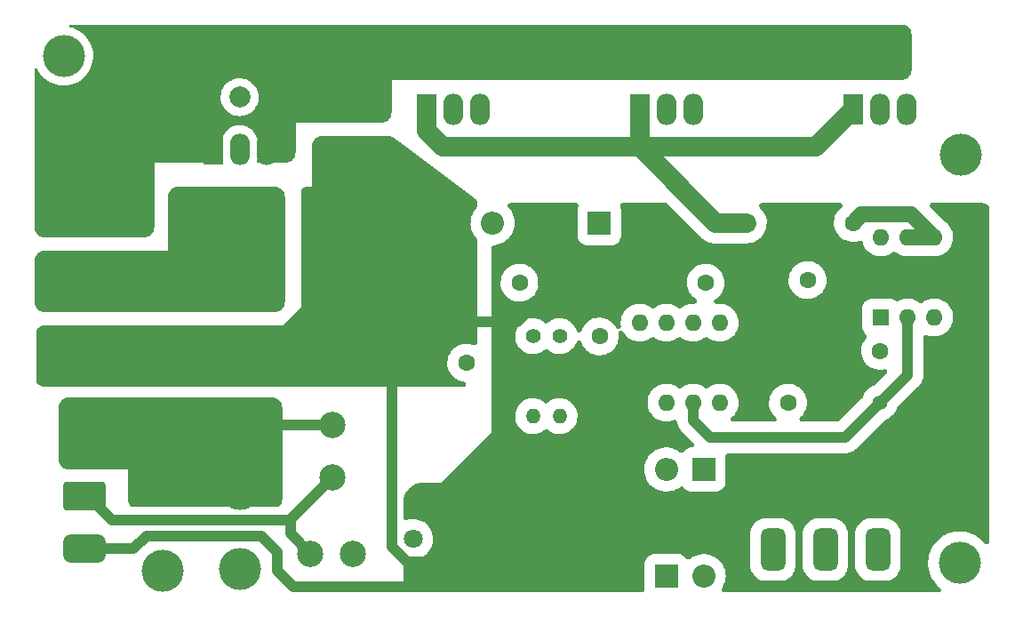
<source format=gtl>
%TF.GenerationSoftware,KiCad,Pcbnew,(6.0.8)*%
%TF.CreationDate,2022-11-10T19:09:55+02:00*%
%TF.ProjectId,DCMotorDriver,44434d6f-746f-4724-9472-697665722e6b,1.0*%
%TF.SameCoordinates,Original*%
%TF.FileFunction,Copper,L1,Top*%
%TF.FilePolarity,Positive*%
%FSLAX46Y46*%
G04 Gerber Fmt 4.6, Leading zero omitted, Abs format (unit mm)*
G04 Created by KiCad (PCBNEW (6.0.8)) date 2022-11-10 19:09:55*
%MOMM*%
%LPD*%
G01*
G04 APERTURE LIST*
G04 Aperture macros list*
%AMRoundRect*
0 Rectangle with rounded corners*
0 $1 Rounding radius*
0 $2 $3 $4 $5 $6 $7 $8 $9 X,Y pos of 4 corners*
0 Add a 4 corners polygon primitive as box body*
4,1,4,$2,$3,$4,$5,$6,$7,$8,$9,$2,$3,0*
0 Add four circle primitives for the rounded corners*
1,1,$1+$1,$2,$3*
1,1,$1+$1,$4,$5*
1,1,$1+$1,$6,$7*
1,1,$1+$1,$8,$9*
0 Add four rect primitives between the rounded corners*
20,1,$1+$1,$2,$3,$4,$5,0*
20,1,$1+$1,$4,$5,$6,$7,0*
20,1,$1+$1,$6,$7,$8,$9,0*
20,1,$1+$1,$8,$9,$2,$3,0*%
G04 Aperture macros list end*
%TA.AperFunction,ComponentPad*%
%ADD10C,1.400000*%
%TD*%
%TA.AperFunction,ComponentPad*%
%ADD11O,1.400000X1.400000*%
%TD*%
%TA.AperFunction,ComponentPad*%
%ADD12R,1.905000X3.000000*%
%TD*%
%TA.AperFunction,ComponentPad*%
%ADD13O,1.905000X3.000000*%
%TD*%
%TA.AperFunction,ComponentPad*%
%ADD14RoundRect,0.250001X-1.749999X1.099999X-1.749999X-1.099999X1.749999X-1.099999X1.749999X1.099999X0*%
%TD*%
%TA.AperFunction,ComponentPad*%
%ADD15RoundRect,0.675000X-1.325000X0.675000X-1.325000X-0.675000X1.325000X-0.675000X1.325000X0.675000X0*%
%TD*%
%TA.AperFunction,ComponentPad*%
%ADD16R,1.600000X1.600000*%
%TD*%
%TA.AperFunction,ComponentPad*%
%ADD17O,1.600000X1.600000*%
%TD*%
%TA.AperFunction,ComponentPad*%
%ADD18C,1.600000*%
%TD*%
%TA.AperFunction,ComponentPad*%
%ADD19R,2.200000X2.200000*%
%TD*%
%TA.AperFunction,ComponentPad*%
%ADD20O,2.200000X2.200000*%
%TD*%
%TA.AperFunction,ComponentPad*%
%ADD21C,2.500000*%
%TD*%
%TA.AperFunction,ComponentPad*%
%ADD22RoundRect,0.585000X-0.585000X1.415000X-0.585000X-1.415000X0.585000X-1.415000X0.585000X1.415000X0*%
%TD*%
%TA.AperFunction,ComponentPad*%
%ADD23RoundRect,0.370372X-1.629628X1.629628X-1.629628X-1.629628X1.629628X-1.629628X1.629628X1.629628X0*%
%TD*%
%TA.AperFunction,ComponentPad*%
%ADD24RoundRect,1.000000X-1.000000X1.000000X-1.000000X-1.000000X1.000000X-1.000000X1.000000X1.000000X0*%
%TD*%
%TA.AperFunction,ComponentPad*%
%ADD25R,1.800000X1.800000*%
%TD*%
%TA.AperFunction,ComponentPad*%
%ADD26C,1.800000*%
%TD*%
%TA.AperFunction,ComponentPad*%
%ADD27RoundRect,0.750000X-1.250000X0.750000X-1.250000X-0.750000X1.250000X-0.750000X1.250000X0.750000X0*%
%TD*%
%TA.AperFunction,ComponentPad*%
%ADD28C,4.000000*%
%TD*%
%TA.AperFunction,ViaPad*%
%ADD29C,4.000000*%
%TD*%
%TA.AperFunction,ViaPad*%
%ADD30C,0.800000*%
%TD*%
%TA.AperFunction,ViaPad*%
%ADD31C,2.000000*%
%TD*%
%TA.AperFunction,ViaPad*%
%ADD32C,3.000000*%
%TD*%
%TA.AperFunction,Conductor*%
%ADD33C,1.000000*%
%TD*%
%TA.AperFunction,Conductor*%
%ADD34C,1.500000*%
%TD*%
%TA.AperFunction,Conductor*%
%ADD35C,1.900000*%
%TD*%
G04 APERTURE END LIST*
D10*
%TO.P,R4,1*%
%TO.N,PWM*%
X191770000Y-78740000D03*
D11*
%TO.P,R4,2*%
%TO.N,GND*%
X199390000Y-78740000D03*
%TD*%
D12*
%TO.P,Diode1\u002C2,1,A_1*%
%TO.N,anode*%
X128270000Y-54610000D03*
D13*
%TO.P,Diode1\u002C2,2,COMMON_K*%
%TO.N,kathode*%
X130810000Y-54610000D03*
%TO.P,Diode1\u002C2,3,A_2*%
%TO.N,anode*%
X133350000Y-54610000D03*
%TD*%
D14*
%TO.P,J2,1,Pin_1*%
%TO.N,Supply1+*%
X115993000Y-87638500D03*
D15*
%TO.P,J2,2,Pin_2*%
%TO.N,GND*%
X115993000Y-92638500D03*
%TD*%
D12*
%TO.P,Q2,1,G*%
%TO.N,Gate*%
X189230000Y-50800000D03*
D13*
%TO.P,Q2,2,D*%
%TO.N,anode*%
X191770000Y-50800000D03*
%TO.P,Q2,3,S*%
%TO.N,GND*%
X194310000Y-50800000D03*
%TD*%
D16*
%TO.P,IC1,1,VCC_1*%
%TO.N,Vcc*%
X191897000Y-70612000D03*
D17*
%TO.P,IC1,2,IN*%
%TO.N,PWM*%
X194437000Y-70612000D03*
%TO.P,IC1,3,NC*%
%TO.N,unconnected-(IC1-Pad3)*%
X196977000Y-70612000D03*
%TO.P,IC1,4,GND_1*%
%TO.N,GND*%
X199517000Y-70612000D03*
%TO.P,IC1,5,GND_2*%
X199517000Y-62992000D03*
%TO.P,IC1,6,OUT_1*%
%TO.N,Net-(IC1-Pad6)*%
X196977000Y-62992000D03*
%TO.P,IC1,7,OUT_2*%
X194437000Y-62992000D03*
%TO.P,IC1,8,VCC_2*%
%TO.N,Vcc*%
X191897000Y-62992000D03*
%TD*%
D18*
%TO.P,C3,1*%
%TO.N,Vcc*%
X191810000Y-73787000D03*
%TO.P,C3,2*%
%TO.N,GND*%
X196810000Y-73787000D03*
%TD*%
D19*
%TO.P,D2,1,K*%
%TO.N,Net-(RV1-Pad1)*%
X171450000Y-95250000D03*
D20*
%TO.P,D2,2,A*%
%TO.N,Net-(R2-Pad2)*%
X171450000Y-85090000D03*
%TD*%
D18*
%TO.P,C5,1*%
%TO.N,Vcc*%
X157480000Y-67310000D03*
%TO.P,C5,2*%
%TO.N,GND*%
X159980000Y-67310000D03*
%TD*%
D10*
%TO.P,R3,1*%
%TO.N,Gate*%
X176174400Y-61620400D03*
D11*
%TO.P,R3,2*%
%TO.N,GND*%
X168554400Y-61620400D03*
%TD*%
D10*
%TO.P,R5,1*%
%TO.N,Vcc*%
X158750000Y-72390000D03*
D11*
%TO.P,R5,2*%
%TO.N,Net-(D5-Pad2)*%
X158750000Y-80010000D03*
%TD*%
D18*
%TO.P,R1,1*%
%TO.N,Net-(IC1-Pad6)*%
X189230000Y-61595000D03*
D17*
%TO.P,R1,2*%
%TO.N,Gate*%
X179070000Y-61595000D03*
%TD*%
D21*
%TO.P,JP1,1,Pin_1*%
%TO.N,Supply1+*%
X139636500Y-85843500D03*
%TO.P,JP1,2,Pin_2*%
%TO.N,Supply2+*%
X139636500Y-80843500D03*
%TD*%
D22*
%TO.P,RV1,1,1*%
%TO.N,Net-(RV1-Pad1)*%
X181610000Y-92710000D03*
%TO.P,RV1,2,2*%
%TO.N,Net-(C6-Pad1)*%
X186610000Y-92710000D03*
%TO.P,RV1,3,3*%
%TO.N,Net-(RV1-Pad3)*%
X191610000Y-92710000D03*
%TD*%
D18*
%TO.P,C4,1*%
%TO.N,Vcc*%
X184912000Y-67056000D03*
%TO.P,C4,2*%
%TO.N,GND*%
X184912000Y-70556000D03*
%TD*%
D23*
%TO.P,J1,1,Pin_2*%
%TO.N,anode*%
X119062500Y-60706000D03*
D24*
%TO.P,J1,2,Pin_1*%
%TO.N,kathode*%
X119062500Y-67056000D03*
%TD*%
D19*
%TO.P,D3,1,K*%
%TO.N,Vcc*%
X165074600Y-61620400D03*
D20*
%TO.P,D3,2,A*%
%TO.N,Net-(C8-Pad1)*%
X154914600Y-61620400D03*
%TD*%
D21*
%TO.P,SW1,1*%
%TO.N,Supply1+*%
X137541000Y-93091000D03*
%TO.P,SW1,2*%
%TO.N,Net-(C8-Pad1)*%
X141605000Y-93091000D03*
%TD*%
D25*
%TO.P,D5,1,K*%
%TO.N,GND*%
X147320000Y-94239000D03*
D26*
%TO.P,D5,2,A*%
%TO.N,Net-(D5-Pad2)*%
X147320000Y-91699000D03*
%TD*%
D18*
%TO.P,C6,1*%
%TO.N,Net-(C6-Pad1)*%
X183047000Y-78740000D03*
%TO.P,C6,2*%
%TO.N,GND*%
X188047000Y-78740000D03*
%TD*%
D24*
%TO.P,F1,1*%
%TO.N,kathode*%
X130810000Y-60365000D03*
D27*
X130810000Y-67985000D03*
D28*
%TO.P,F1,2*%
%TO.N,Supply2+*%
X130810000Y-94575000D03*
X130810000Y-86955000D03*
%TD*%
D18*
%TO.P,C8,1*%
%TO.N,Net-(C8-Pad1)*%
X152400000Y-74930000D03*
%TO.P,C8,2*%
%TO.N,GND*%
X147400000Y-74930000D03*
%TD*%
D20*
%TO.P,D4,2,A*%
%TO.N,Net-(RV1-Pad3)*%
X175006000Y-95250000D03*
D19*
%TO.P,D4,1,K*%
%TO.N,Net-(R2-Pad2)*%
X175006000Y-85090000D03*
%TD*%
D18*
%TO.P,C2,1*%
%TO.N,Net-(C2-Pad1)*%
X175210000Y-67300000D03*
%TO.P,C2,2*%
%TO.N,GND*%
X170210000Y-67300000D03*
%TD*%
%TO.P,C1,1*%
%TO.N,Vcc*%
X165090000Y-72420000D03*
%TO.P,C1,2*%
%TO.N,GND*%
X165090000Y-77420000D03*
%TD*%
D12*
%TO.P,Q3,1,G*%
%TO.N,Gate*%
X168910000Y-50800000D03*
D13*
%TO.P,Q3,2,D*%
%TO.N,anode*%
X171450000Y-50800000D03*
%TO.P,Q3,3,S*%
%TO.N,GND*%
X173990000Y-50800000D03*
%TD*%
D16*
%TO.P,U1,1,GND*%
%TO.N,GND*%
X168910000Y-78720000D03*
D17*
%TO.P,U1,2,TR*%
%TO.N,Net-(C6-Pad1)*%
X171450000Y-78720000D03*
%TO.P,U1,3,Q*%
%TO.N,PWM*%
X173990000Y-78720000D03*
%TO.P,U1,4,R*%
%TO.N,Vcc*%
X176530000Y-78720000D03*
%TO.P,U1,5,CV*%
%TO.N,Net-(C2-Pad1)*%
X176530000Y-71100000D03*
%TO.P,U1,6,THR*%
%TO.N,Net-(C6-Pad1)*%
X173990000Y-71100000D03*
%TO.P,U1,7,DIS*%
%TO.N,Net-(R2-Pad2)*%
X171450000Y-71100000D03*
%TO.P,U1,8,VCC*%
%TO.N,Vcc*%
X168910000Y-71100000D03*
%TD*%
D12*
%TO.P,Q1,1,G*%
%TO.N,Gate*%
X148590000Y-50800000D03*
D13*
%TO.P,Q1,2,D*%
%TO.N,anode*%
X151130000Y-50800000D03*
%TO.P,Q1,3,S*%
%TO.N,GND*%
X153670000Y-50800000D03*
%TD*%
D23*
%TO.P,J3,1,Pin_1*%
%TO.N,GND*%
X118935500Y-74422000D03*
D24*
%TO.P,J3,2,Pin_2*%
%TO.N,Supply2+*%
X118935500Y-80772000D03*
%TD*%
D10*
%TO.P,R2,1*%
%TO.N,Vcc*%
X161290000Y-72390000D03*
D11*
%TO.P,R2,2*%
%TO.N,Net-(R2-Pad2)*%
X161290000Y-80010000D03*
%TD*%
D29*
%TO.N,*%
X199517000Y-55118000D03*
X199390000Y-93980000D03*
X123444000Y-94742000D03*
X114046000Y-45720000D03*
D30*
%TO.N,GND*%
X114046000Y-74168000D03*
X186944000Y-63754000D03*
X166370000Y-81026000D03*
X147320000Y-96266000D03*
X139446000Y-55626000D03*
X201676000Y-68326000D03*
X166116000Y-65278000D03*
X142494000Y-71374000D03*
X143256000Y-55626000D03*
X138430000Y-75438000D03*
X114046000Y-75946000D03*
X148336000Y-96266000D03*
X140335000Y-62484000D03*
X181660800Y-88392000D03*
X140462000Y-73406000D03*
X138176000Y-62484000D03*
X114046000Y-72390000D03*
X168148000Y-95250000D03*
X143256000Y-57150000D03*
X147066000Y-57150000D03*
X144526000Y-69342000D03*
X155448000Y-69596000D03*
X142494000Y-62484000D03*
X162560000Y-69596000D03*
X179628800Y-85191600D03*
X182372000Y-74676000D03*
X115570000Y-72390000D03*
X112268000Y-74168000D03*
X115570000Y-74168000D03*
X139446000Y-74422000D03*
X115570000Y-75946000D03*
X143510000Y-70358000D03*
X141478000Y-72390000D03*
X188849000Y-64389000D03*
X201676000Y-64770000D03*
X147066000Y-55626000D03*
X191516000Y-88138000D03*
X145542000Y-68326000D03*
X112268000Y-72390000D03*
X112268000Y-75946000D03*
X188976000Y-72390000D03*
X179324000Y-79502000D03*
X156972000Y-73914000D03*
X156972000Y-77978000D03*
X139446000Y-57150000D03*
%TO.N,Supply2+*%
X114300000Y-83312000D03*
X125476000Y-86360000D03*
X123698000Y-84709000D03*
X125476000Y-88011000D03*
X125476000Y-84709000D03*
X123698000Y-86360000D03*
X114300000Y-79756000D03*
X123698000Y-88011000D03*
X115570000Y-81534000D03*
X114300000Y-81534000D03*
X115570000Y-83312000D03*
X115570000Y-79756000D03*
%TO.N,kathode*%
X112268000Y-68580000D03*
X127762000Y-64262000D03*
X133858000Y-64262000D03*
X127762000Y-61976000D03*
X112268000Y-66040000D03*
X115570000Y-68580000D03*
X133858000Y-61976000D03*
X113919000Y-68580000D03*
X133858000Y-66548000D03*
X113919000Y-66040000D03*
X115570000Y-66040000D03*
D31*
X130810000Y-49631600D03*
D30*
%TO.N,anode*%
X136567333Y-50038000D03*
X140885332Y-48006000D03*
X115570000Y-53340000D03*
X112268000Y-58674000D03*
X113919000Y-50292000D03*
X113919000Y-53340000D03*
D32*
X171450000Y-44704000D03*
D30*
X142324665Y-50038000D03*
X139445999Y-48006000D03*
X135128000Y-50038000D03*
X138006666Y-50038000D03*
X115570000Y-61722000D03*
X115570000Y-50292000D03*
X142324665Y-48006000D03*
X112268000Y-61722000D03*
X112268000Y-53340000D03*
D32*
X151130000Y-44704000D03*
D30*
X140885332Y-50038000D03*
X138006666Y-48006000D03*
X115570000Y-58674000D03*
X143764000Y-50038000D03*
X113919000Y-58674000D03*
X139445999Y-50038000D03*
X143764000Y-48006000D03*
X113919000Y-61722000D03*
D32*
X191770000Y-44704000D03*
D30*
X135128000Y-48006000D03*
X112268000Y-50292000D03*
X136567333Y-48006000D03*
%TD*%
D33*
%TO.N,GND*%
X135890000Y-96266000D02*
X147320000Y-96266000D01*
X134366000Y-94742000D02*
X135890000Y-96266000D01*
X134366000Y-92964000D02*
X134366000Y-94742000D01*
X132842000Y-91440000D02*
X134366000Y-92964000D01*
X121920000Y-91440000D02*
X132842000Y-91440000D01*
X120721500Y-92638500D02*
X121920000Y-91440000D01*
X115993000Y-92638500D02*
X120721500Y-92638500D01*
%TO.N,Supply1+*%
X135636000Y-91186000D02*
X137541000Y-93091000D01*
X135636000Y-90170000D02*
X135636000Y-91186000D01*
X135564000Y-89916000D02*
X139636500Y-85843500D01*
X134366000Y-89916000D02*
X135564000Y-89916000D01*
X118618000Y-89916000D02*
X134366000Y-89916000D01*
X115993000Y-87638500D02*
X116340500Y-87638500D01*
X116340500Y-87638500D02*
X118618000Y-89916000D01*
%TO.N,Vcc*%
X165060000Y-72390000D02*
X165090000Y-72420000D01*
%TO.N,GND*%
X160020000Y-67350000D02*
X159980000Y-67310000D01*
X151337000Y-70993000D02*
X157226000Y-70993000D01*
X115993000Y-92638500D02*
X114482500Y-92638500D01*
X145288000Y-92456000D02*
X145288000Y-77042000D01*
X160020000Y-68199000D02*
X160020000Y-67350000D01*
X147071000Y-94239000D02*
X145288000Y-92456000D01*
X157226000Y-70993000D02*
X160020000Y-68199000D01*
X145288000Y-77042000D02*
X147400000Y-74930000D01*
X147320000Y-94239000D02*
X147071000Y-94239000D01*
X147400000Y-74930000D02*
X151337000Y-70993000D01*
%TO.N,Net-(C2-Pad1)*%
X176520000Y-71090000D02*
X176530000Y-71100000D01*
%TO.N,PWM*%
X173990000Y-80391000D02*
X175641000Y-82042000D01*
X191770000Y-78740000D02*
X194437000Y-76073000D01*
X175641000Y-82042000D02*
X188468000Y-82042000D01*
X173990000Y-78720000D02*
X173990000Y-80391000D01*
X194437000Y-76073000D02*
X194437000Y-70612000D01*
X188468000Y-82042000D02*
X191770000Y-78740000D01*
%TO.N,Supply2+*%
X139636500Y-80843500D02*
X119007000Y-80843500D01*
D34*
%TO.N,Net-(IC1-Pad6)*%
X189230000Y-61595000D02*
X190029999Y-60795001D01*
X190029999Y-60795001D02*
X194780001Y-60795001D01*
X194780001Y-60795001D02*
X196977000Y-62992000D01*
X196977000Y-62992000D02*
X194437000Y-62992000D01*
D35*
%TO.N,Gate*%
X185674000Y-54356000D02*
X189230000Y-50800000D01*
X179070000Y-61595000D02*
X176199800Y-61595000D01*
X176199800Y-61595000D02*
X176174400Y-61620400D01*
X148590000Y-52832000D02*
X150114000Y-54356000D01*
X168910000Y-54356000D02*
X185674000Y-54356000D01*
X148590000Y-50800000D02*
X148590000Y-52832000D01*
X176174400Y-61620400D02*
X168910000Y-54356000D01*
X150114000Y-54356000D02*
X168910000Y-54356000D01*
X168910000Y-54356000D02*
X168910000Y-50800000D01*
%TD*%
%TA.AperFunction,Conductor*%
%TO.N,GND*%
G36*
X144967536Y-53341434D02*
G01*
X145140664Y-53360097D01*
X145192806Y-53371470D01*
X145345212Y-53422338D01*
X145393727Y-53444560D01*
X145481775Y-53496968D01*
X145543366Y-53533628D01*
X145565563Y-53548510D01*
X146109753Y-53957317D01*
X153181730Y-59269924D01*
X153298770Y-59357847D01*
X153308207Y-59343692D01*
X153339586Y-59363781D01*
X153395135Y-59443490D01*
X153416000Y-59543267D01*
X153416000Y-60048726D01*
X153397046Y-60144014D01*
X153347618Y-60220126D01*
X153298198Y-60272203D01*
X153298187Y-60272217D01*
X153292355Y-60278362D01*
X153125229Y-60510943D01*
X152991214Y-60764053D01*
X152892790Y-61033010D01*
X152890986Y-61041283D01*
X152890985Y-61041287D01*
X152874136Y-61118563D01*
X152831778Y-61312836D01*
X152831113Y-61321287D01*
X152831112Y-61321293D01*
X152815228Y-61523120D01*
X152809307Y-61598353D01*
X152825794Y-61884278D01*
X152880932Y-62165320D01*
X152973702Y-62436278D01*
X152977508Y-62443846D01*
X152977510Y-62443850D01*
X153004162Y-62496841D01*
X153102387Y-62692140D01*
X153107190Y-62699129D01*
X153107191Y-62699130D01*
X153180626Y-62805978D01*
X153264606Y-62928170D01*
X153351169Y-63023302D01*
X153401279Y-63106534D01*
X153416000Y-63190880D01*
X153416000Y-73024724D01*
X153397046Y-73120012D01*
X153343070Y-73200794D01*
X153262288Y-73254770D01*
X153167000Y-73273724D01*
X153076981Y-73256225D01*
X153076371Y-73255924D01*
X153067577Y-73253109D01*
X153067572Y-73253107D01*
X152904145Y-73200794D01*
X152821497Y-73174338D01*
X152812383Y-73172854D01*
X152812380Y-73172853D01*
X152566482Y-73132807D01*
X152566483Y-73132807D01*
X152557364Y-73131322D01*
X152548133Y-73131201D01*
X152548131Y-73131201D01*
X152370538Y-73128876D01*
X152289774Y-73127819D01*
X152024605Y-73163907D01*
X151767683Y-73238792D01*
X151759298Y-73242657D01*
X151759294Y-73242659D01*
X151533042Y-73346963D01*
X151524652Y-73350831D01*
X151300851Y-73497562D01*
X151101197Y-73675760D01*
X150930075Y-73881512D01*
X150872063Y-73977112D01*
X150796033Y-74102405D01*
X150796030Y-74102411D01*
X150791244Y-74110298D01*
X150687755Y-74357091D01*
X150621881Y-74616470D01*
X150595070Y-74882736D01*
X150607909Y-75150041D01*
X150660118Y-75412512D01*
X150750549Y-75664383D01*
X150877215Y-75900121D01*
X151037335Y-76114547D01*
X151227390Y-76302950D01*
X151443205Y-76461192D01*
X151451370Y-76465488D01*
X151451375Y-76465491D01*
X151671856Y-76581492D01*
X151671859Y-76581493D01*
X151680039Y-76585797D01*
X151688768Y-76588845D01*
X151688772Y-76588847D01*
X151798298Y-76627094D01*
X151932690Y-76674026D01*
X152187321Y-76722370D01*
X152277402Y-76758765D01*
X152346697Y-76826862D01*
X152384658Y-76916294D01*
X152385506Y-77013445D01*
X152349111Y-77103526D01*
X152281014Y-77172821D01*
X152191582Y-77210782D01*
X152140876Y-77216000D01*
X112264234Y-77216000D01*
X112239828Y-77214801D01*
X112196179Y-77210502D01*
X112081310Y-77199188D01*
X112033446Y-77189667D01*
X111892784Y-77146998D01*
X111847688Y-77128319D01*
X111718061Y-77059032D01*
X111677475Y-77031914D01*
X111581536Y-76953179D01*
X111519902Y-76878077D01*
X111491699Y-76785105D01*
X111490500Y-76760699D01*
X111490500Y-71829301D01*
X111509454Y-71734013D01*
X111563430Y-71653231D01*
X111581536Y-71636821D01*
X111677475Y-71558086D01*
X111718061Y-71530968D01*
X111847688Y-71461681D01*
X111892785Y-71443001D01*
X112033446Y-71400333D01*
X112081310Y-71390812D01*
X112196179Y-71379498D01*
X112239828Y-71375199D01*
X112264234Y-71374000D01*
X134874000Y-71374000D01*
X136652000Y-69596000D01*
X136652000Y-58690323D01*
X136654130Y-58657820D01*
X136665032Y-58575016D01*
X136681856Y-58512232D01*
X136707513Y-58450290D01*
X136740014Y-58393996D01*
X136780834Y-58340798D01*
X136826798Y-58294834D01*
X136879996Y-58254014D01*
X136936290Y-58221513D01*
X136998232Y-58195856D01*
X137061017Y-58179032D01*
X137160001Y-58166000D01*
X137668000Y-58166000D01*
X137668000Y-54352234D01*
X137669199Y-54327828D01*
X137684811Y-54169314D01*
X137694333Y-54121446D01*
X137737002Y-53980784D01*
X137755681Y-53935688D01*
X137824968Y-53806061D01*
X137852087Y-53765475D01*
X137945336Y-53651851D01*
X137979851Y-53617336D01*
X138093475Y-53524087D01*
X138134061Y-53496968D01*
X138263688Y-53427681D01*
X138308785Y-53409001D01*
X138449446Y-53366333D01*
X138497310Y-53356812D01*
X138612179Y-53345498D01*
X138655828Y-53341199D01*
X138680234Y-53340000D01*
X144940849Y-53340000D01*
X144967536Y-53341434D01*
G37*
%TD.AperFunction*%
%TD*%
%TA.AperFunction,Conductor*%
%TO.N,GND*%
G36*
X162958649Y-59718954D02*
G01*
X163039431Y-59772930D01*
X163093407Y-59853712D01*
X163112361Y-59949000D01*
X163093407Y-60044288D01*
X163084033Y-60064347D01*
X163040859Y-60146930D01*
X162984834Y-60342313D01*
X162974100Y-60462584D01*
X162974100Y-62778216D01*
X162984834Y-62898487D01*
X163040859Y-63093870D01*
X163046705Y-63105052D01*
X163120427Y-63246068D01*
X163135027Y-63273996D01*
X163142996Y-63283767D01*
X163142998Y-63283770D01*
X163237344Y-63399449D01*
X163263491Y-63431509D01*
X163273273Y-63439487D01*
X163411230Y-63552002D01*
X163411233Y-63552004D01*
X163421004Y-63559973D01*
X163432180Y-63565816D01*
X163432182Y-63565817D01*
X163443822Y-63571902D01*
X163601130Y-63654141D01*
X163796513Y-63710166D01*
X163808319Y-63711220D01*
X163808321Y-63711220D01*
X163911268Y-63720408D01*
X163911275Y-63720408D01*
X163916784Y-63720900D01*
X166232416Y-63720900D01*
X166237925Y-63720408D01*
X166237932Y-63720408D01*
X166340879Y-63711220D01*
X166340881Y-63711220D01*
X166352687Y-63710166D01*
X166548070Y-63654141D01*
X166705378Y-63571902D01*
X166717018Y-63565817D01*
X166717020Y-63565816D01*
X166728196Y-63559973D01*
X166737967Y-63552004D01*
X166737970Y-63552002D01*
X166875927Y-63439487D01*
X166885709Y-63431509D01*
X166911856Y-63399449D01*
X167006202Y-63283770D01*
X167006204Y-63283767D01*
X167014173Y-63273996D01*
X167028774Y-63246068D01*
X167102495Y-63105052D01*
X167108341Y-63093870D01*
X167164366Y-62898487D01*
X167175100Y-62778216D01*
X167175100Y-60462584D01*
X167164366Y-60342313D01*
X167108341Y-60146930D01*
X167065173Y-60064358D01*
X167037825Y-59971135D01*
X167048233Y-59874539D01*
X167094815Y-59789279D01*
X167170478Y-59728335D01*
X167263704Y-59700986D01*
X167285839Y-59700000D01*
X171392437Y-59700000D01*
X171487725Y-59718954D01*
X171568507Y-59772930D01*
X174727155Y-62931578D01*
X174741690Y-62947427D01*
X174770117Y-62981245D01*
X174776670Y-62987114D01*
X174829276Y-63034232D01*
X174839218Y-63043641D01*
X174844942Y-63049365D01*
X174882505Y-63081960D01*
X174882930Y-63082329D01*
X174885783Y-63084844D01*
X174975872Y-63165534D01*
X174983191Y-63170424D01*
X174988414Y-63174476D01*
X174993646Y-63178405D01*
X175000289Y-63184169D01*
X175007676Y-63188939D01*
X175007683Y-63188944D01*
X175101804Y-63249717D01*
X175105031Y-63251837D01*
X175108040Y-63253847D01*
X175198221Y-63314105D01*
X175198228Y-63314109D01*
X175205539Y-63318994D01*
X175213471Y-63322803D01*
X175219116Y-63326022D01*
X175224940Y-63329224D01*
X175232339Y-63334002D01*
X175240334Y-63337688D01*
X175240338Y-63337690D01*
X175341994Y-63384554D01*
X175345532Y-63386218D01*
X175454539Y-63438562D01*
X175462932Y-63441216D01*
X175468977Y-63443610D01*
X175475187Y-63445957D01*
X175483186Y-63449644D01*
X175491623Y-63452167D01*
X175491625Y-63452168D01*
X175533670Y-63464742D01*
X175595410Y-63483206D01*
X175598964Y-63484269D01*
X175602701Y-63485419D01*
X175709509Y-63519198D01*
X175709513Y-63519199D01*
X175717902Y-63521852D01*
X175726578Y-63523296D01*
X175732918Y-63524818D01*
X175739383Y-63526263D01*
X175747825Y-63528788D01*
X175867320Y-63546753D01*
X175871123Y-63547355D01*
X175957627Y-63561753D01*
X175981703Y-63565761D01*
X175981705Y-63565761D01*
X175990373Y-63567204D01*
X175999162Y-63567411D01*
X176005643Y-63568024D01*
X176012268Y-63568545D01*
X176020975Y-63569854D01*
X176141818Y-63570803D01*
X176145619Y-63570862D01*
X176217999Y-63572568D01*
X176257721Y-63573504D01*
X176257725Y-63573504D01*
X176266516Y-63573711D01*
X176275255Y-63572677D01*
X176281773Y-63572369D01*
X176288377Y-63571954D01*
X176297186Y-63572023D01*
X176305912Y-63570851D01*
X176416934Y-63555939D01*
X176420803Y-63555450D01*
X176490290Y-63547226D01*
X176519555Y-63545500D01*
X179140362Y-63545500D01*
X179144737Y-63545190D01*
X179144743Y-63545190D01*
X179203477Y-63541031D01*
X179345530Y-63530973D01*
X179354143Y-63529119D01*
X179354148Y-63529118D01*
X179494090Y-63498989D01*
X179615562Y-63472837D01*
X179874709Y-63377233D01*
X180117800Y-63246068D01*
X180124876Y-63240841D01*
X180124880Y-63240839D01*
X180332901Y-63087192D01*
X180332904Y-63087189D01*
X180339984Y-63081960D01*
X180370171Y-63052244D01*
X180476646Y-62947428D01*
X180536829Y-62888183D01*
X180704406Y-62668604D01*
X180823752Y-62455498D01*
X180835070Y-62435288D01*
X180835071Y-62435285D01*
X180839373Y-62427604D01*
X180939036Y-62169991D01*
X180980670Y-61990373D01*
X180999418Y-61909487D01*
X180999418Y-61909484D01*
X181001407Y-61900905D01*
X181025241Y-61625715D01*
X181010062Y-61349913D01*
X181005379Y-61326366D01*
X180957892Y-61087632D01*
X180957891Y-61087629D01*
X180956175Y-61079001D01*
X180864653Y-60818384D01*
X180842272Y-60775298D01*
X180741378Y-60581071D01*
X180737322Y-60573263D01*
X180576725Y-60348529D01*
X180399321Y-60162562D01*
X180392139Y-60155033D01*
X180392137Y-60155031D01*
X180386064Y-60148665D01*
X180379150Y-60143214D01*
X180372641Y-60137292D01*
X180373673Y-60136158D01*
X180317734Y-60070657D01*
X180287716Y-59978256D01*
X180295343Y-59881401D01*
X180339454Y-59794837D01*
X180413334Y-59731743D01*
X180505735Y-59701725D01*
X180534991Y-59700000D01*
X188002450Y-59700000D01*
X188097738Y-59718954D01*
X188178520Y-59772930D01*
X188232496Y-59853712D01*
X188251450Y-59949000D01*
X188232496Y-60044288D01*
X188178520Y-60125070D01*
X188145778Y-60151702D01*
X188145908Y-60151871D01*
X188139931Y-60156457D01*
X188138975Y-60157235D01*
X188138581Y-60157493D01*
X188138572Y-60157500D01*
X188130851Y-60162562D01*
X187931197Y-60340760D01*
X187760075Y-60546512D01*
X187755284Y-60554408D01*
X187626033Y-60767405D01*
X187626030Y-60767411D01*
X187621244Y-60775298D01*
X187617675Y-60783809D01*
X187617673Y-60783813D01*
X187599697Y-60826681D01*
X187517755Y-61022091D01*
X187451881Y-61281470D01*
X187425070Y-61547736D01*
X187429237Y-61634486D01*
X187435851Y-61772189D01*
X187437909Y-61815041D01*
X187490118Y-62077512D01*
X187580549Y-62329383D01*
X187584925Y-62337527D01*
X187652940Y-62464109D01*
X187707215Y-62565121D01*
X187867335Y-62779547D01*
X188057390Y-62967950D01*
X188273205Y-63126192D01*
X188281370Y-63130488D01*
X188281375Y-63130491D01*
X188501856Y-63246492D01*
X188501859Y-63246493D01*
X188510039Y-63250797D01*
X188518768Y-63253845D01*
X188518772Y-63253847D01*
X188576471Y-63273996D01*
X188762690Y-63339026D01*
X188882337Y-63361742D01*
X189016534Y-63387221D01*
X189016539Y-63387222D01*
X189025606Y-63388943D01*
X189034826Y-63389305D01*
X189034833Y-63389306D01*
X189164556Y-63394402D01*
X189293013Y-63399449D01*
X189302188Y-63398444D01*
X189302193Y-63398444D01*
X189549850Y-63371321D01*
X189549851Y-63371321D01*
X189559035Y-63370315D01*
X189567971Y-63367962D01*
X189567973Y-63367962D01*
X189808888Y-63304534D01*
X189817829Y-63302180D01*
X189826324Y-63298530D01*
X189834108Y-63295850D01*
X189930376Y-63282748D01*
X190024329Y-63307484D01*
X190101665Y-63366291D01*
X190150609Y-63450217D01*
X190155119Y-63464742D01*
X190155316Y-63465452D01*
X190157118Y-63474512D01*
X190160237Y-63483200D01*
X190160239Y-63483206D01*
X190233180Y-63686363D01*
X190247549Y-63726383D01*
X190374215Y-63962121D01*
X190534335Y-64176547D01*
X190724390Y-64364950D01*
X190940205Y-64523192D01*
X190948370Y-64527488D01*
X190948375Y-64527491D01*
X191168856Y-64643492D01*
X191168859Y-64643493D01*
X191177039Y-64647797D01*
X191185768Y-64650845D01*
X191185772Y-64650847D01*
X191295298Y-64689094D01*
X191429690Y-64736026D01*
X191573285Y-64763289D01*
X191683534Y-64784221D01*
X191683539Y-64784222D01*
X191692606Y-64785943D01*
X191701826Y-64786305D01*
X191701833Y-64786306D01*
X191831556Y-64791402D01*
X191960013Y-64796449D01*
X191969188Y-64795444D01*
X191969193Y-64795444D01*
X192216850Y-64768321D01*
X192216851Y-64768321D01*
X192226035Y-64767315D01*
X192234971Y-64764962D01*
X192234973Y-64764962D01*
X192475886Y-64701535D01*
X192475892Y-64701533D01*
X192484829Y-64699180D01*
X192730710Y-64593542D01*
X192958275Y-64452720D01*
X192965326Y-64446751D01*
X192965330Y-64446748D01*
X193006092Y-64412241D01*
X193091065Y-64365139D01*
X193187596Y-64354141D01*
X193280987Y-64380921D01*
X193314212Y-64401481D01*
X193480205Y-64523192D01*
X193488370Y-64527488D01*
X193488375Y-64527491D01*
X193708856Y-64643492D01*
X193708859Y-64643493D01*
X193717039Y-64647797D01*
X193725768Y-64650845D01*
X193725772Y-64650847D01*
X193835298Y-64689094D01*
X193969690Y-64736026D01*
X194113285Y-64763289D01*
X194223534Y-64784221D01*
X194223539Y-64784222D01*
X194232606Y-64785943D01*
X194241826Y-64786305D01*
X194241833Y-64786306D01*
X194371556Y-64791402D01*
X194500013Y-64796449D01*
X194509188Y-64795444D01*
X194509193Y-64795444D01*
X194756850Y-64768321D01*
X194756851Y-64768321D01*
X194766035Y-64767315D01*
X194774971Y-64764962D01*
X194774973Y-64764962D01*
X194829120Y-64750706D01*
X194892516Y-64742500D01*
X196520361Y-64742500D01*
X196566806Y-64746870D01*
X196763534Y-64784221D01*
X196763539Y-64784222D01*
X196772606Y-64785943D01*
X196781826Y-64786305D01*
X196781833Y-64786306D01*
X196911556Y-64791402D01*
X197040013Y-64796449D01*
X197049188Y-64795444D01*
X197049193Y-64795444D01*
X197296850Y-64768321D01*
X197296851Y-64768321D01*
X197306035Y-64767315D01*
X197314971Y-64764962D01*
X197314973Y-64764962D01*
X197555886Y-64701535D01*
X197555892Y-64701533D01*
X197564829Y-64699180D01*
X197810710Y-64593542D01*
X198038275Y-64452720D01*
X198242526Y-64279809D01*
X198418976Y-64078607D01*
X198563747Y-63853534D01*
X198590479Y-63794191D01*
X198669865Y-63617962D01*
X198669867Y-63617956D01*
X198673661Y-63609534D01*
X198678110Y-63593761D01*
X198743793Y-63360865D01*
X198746302Y-63351969D01*
X198767042Y-63188944D01*
X198779287Y-63092693D01*
X198779288Y-63092683D01*
X198780075Y-63086495D01*
X198782549Y-62992000D01*
X198762717Y-62725123D01*
X198703655Y-62464109D01*
X198606662Y-62214691D01*
X198473868Y-61982350D01*
X198334691Y-61805805D01*
X198313906Y-61779439D01*
X198313902Y-61779435D01*
X198308190Y-61772189D01*
X198113269Y-61588825D01*
X198105681Y-61583561D01*
X198105676Y-61583557D01*
X197923107Y-61456905D01*
X197888966Y-61428385D01*
X196585651Y-60125070D01*
X196531675Y-60044288D01*
X196512721Y-59949000D01*
X196531675Y-59853712D01*
X196585651Y-59772930D01*
X196666433Y-59718954D01*
X196761721Y-59700000D01*
X201191102Y-59700000D01*
X201208864Y-59700634D01*
X201466871Y-59719087D01*
X201502032Y-59724143D01*
X201746070Y-59777231D01*
X201780151Y-59787237D01*
X202014150Y-59874515D01*
X202046452Y-59889266D01*
X202069834Y-59902034D01*
X202144381Y-59964334D01*
X202189413Y-60050422D01*
X202199500Y-60120575D01*
X202199500Y-91976630D01*
X202180546Y-92071918D01*
X202126570Y-92152700D01*
X202045788Y-92206676D01*
X201950500Y-92225630D01*
X201855212Y-92206676D01*
X201774430Y-92152700D01*
X201749824Y-92124041D01*
X201710096Y-92069957D01*
X201710091Y-92069951D01*
X201705843Y-92064168D01*
X201470295Y-91810688D01*
X201464842Y-91806031D01*
X201464835Y-91806024D01*
X201212633Y-91590624D01*
X201212629Y-91590621D01*
X201207174Y-91585962D01*
X201201221Y-91581961D01*
X201201216Y-91581958D01*
X200925919Y-91396966D01*
X200925912Y-91396962D01*
X200919967Y-91392967D01*
X200913602Y-91389682D01*
X200913594Y-91389677D01*
X200618862Y-91237554D01*
X200612482Y-91234261D01*
X200413753Y-91159168D01*
X200295497Y-91114483D01*
X200295494Y-91114482D01*
X200288793Y-91111950D01*
X199953190Y-91027652D01*
X199610124Y-90982487D01*
X199602947Y-90982374D01*
X199602944Y-90982374D01*
X199443706Y-90979872D01*
X199264139Y-90977051D01*
X198919823Y-91011419D01*
X198581739Y-91085133D01*
X198254367Y-91197217D01*
X197942048Y-91346186D01*
X197935973Y-91349997D01*
X197655005Y-91526247D01*
X197654999Y-91526251D01*
X197648921Y-91530064D01*
X197643321Y-91534550D01*
X197643316Y-91534554D01*
X197384479Y-91741922D01*
X197378871Y-91746415D01*
X197135477Y-91992371D01*
X197131057Y-91998008D01*
X196926387Y-92259033D01*
X196926383Y-92259039D01*
X196921966Y-92264672D01*
X196918228Y-92270771D01*
X196918223Y-92270779D01*
X196831567Y-92412191D01*
X196741168Y-92559709D01*
X196595478Y-92873570D01*
X196486828Y-93202097D01*
X196485371Y-93209133D01*
X196418131Y-93533823D01*
X196416658Y-93540935D01*
X196385898Y-93885592D01*
X196394956Y-94231501D01*
X196443712Y-94574076D01*
X196445530Y-94581005D01*
X196445531Y-94581011D01*
X196512950Y-94837996D01*
X196531519Y-94908777D01*
X196657214Y-95231167D01*
X196660569Y-95237503D01*
X196660571Y-95237508D01*
X196749420Y-95405314D01*
X196819130Y-95536974D01*
X197015122Y-95822144D01*
X197242592Y-96082898D01*
X197247900Y-96087727D01*
X197247902Y-96087730D01*
X197493215Y-96310948D01*
X197493223Y-96310955D01*
X197498524Y-96315778D01*
X197504345Y-96319960D01*
X197504360Y-96319973D01*
X197529854Y-96338292D01*
X197596176Y-96409289D01*
X197630279Y-96500261D01*
X197626973Y-96597360D01*
X197586760Y-96685802D01*
X197515763Y-96752124D01*
X197424791Y-96786227D01*
X197384552Y-96789500D01*
X176973345Y-96789500D01*
X176878057Y-96770546D01*
X176797275Y-96716570D01*
X176743299Y-96635788D01*
X176724345Y-96540500D01*
X176743299Y-96445212D01*
X176772672Y-96393085D01*
X176778633Y-96384970D01*
X176783655Y-96378134D01*
X176787990Y-96370151D01*
X176916268Y-96133891D01*
X176920313Y-96126441D01*
X177021548Y-95858530D01*
X177039281Y-95781102D01*
X177083596Y-95587615D01*
X177083596Y-95587613D01*
X177085487Y-95579358D01*
X177088742Y-95542893D01*
X177110511Y-95298968D01*
X177110511Y-95298964D01*
X177110946Y-95294092D01*
X177111408Y-95250000D01*
X177091928Y-94964263D01*
X177081821Y-94915455D01*
X177035568Y-94692110D01*
X177033850Y-94683814D01*
X176938248Y-94413842D01*
X176930930Y-94399662D01*
X176876697Y-94294589D01*
X176806891Y-94159342D01*
X176642209Y-93925024D01*
X176447251Y-93715224D01*
X176358218Y-93642351D01*
X176232186Y-93539194D01*
X176232179Y-93539189D01*
X176225623Y-93533823D01*
X175981427Y-93384180D01*
X175719182Y-93269062D01*
X175711039Y-93266742D01*
X175711035Y-93266741D01*
X175554338Y-93222105D01*
X175443739Y-93190600D01*
X175160196Y-93150246D01*
X175025925Y-93149543D01*
X174882279Y-93148791D01*
X174882273Y-93148791D01*
X174873800Y-93148747D01*
X174589851Y-93186129D01*
X174313602Y-93261702D01*
X174050165Y-93374068D01*
X174042890Y-93378422D01*
X174042888Y-93378423D01*
X174012376Y-93396684D01*
X173804415Y-93521146D01*
X173709025Y-93597567D01*
X173622813Y-93642351D01*
X173526021Y-93650734D01*
X173433388Y-93621439D01*
X173360383Y-93560613D01*
X173269087Y-93448673D01*
X173261109Y-93438891D01*
X173209358Y-93396684D01*
X173113370Y-93318398D01*
X173113367Y-93318396D01*
X173103596Y-93310427D01*
X173030988Y-93272468D01*
X172934652Y-93222105D01*
X172923470Y-93216259D01*
X172728087Y-93160234D01*
X172716281Y-93159180D01*
X172716279Y-93159180D01*
X172613332Y-93149992D01*
X172613325Y-93149992D01*
X172607816Y-93149500D01*
X170292184Y-93149500D01*
X170286675Y-93149992D01*
X170286668Y-93149992D01*
X170183721Y-93159180D01*
X170183719Y-93159180D01*
X170171913Y-93160234D01*
X169976530Y-93216259D01*
X169965348Y-93222105D01*
X169869013Y-93272468D01*
X169796404Y-93310427D01*
X169786633Y-93318396D01*
X169786630Y-93318398D01*
X169690642Y-93396684D01*
X169638891Y-93438891D01*
X169630913Y-93448673D01*
X169528325Y-93574459D01*
X169510427Y-93596404D01*
X169504584Y-93607580D01*
X169504583Y-93607582D01*
X169456156Y-93700215D01*
X169416259Y-93776530D01*
X169360234Y-93971913D01*
X169349500Y-94092184D01*
X169349500Y-96407816D01*
X169349991Y-96413322D01*
X169349992Y-96413335D01*
X169359366Y-96518366D01*
X169348958Y-96614962D01*
X169302376Y-96700221D01*
X169226712Y-96761165D01*
X169133486Y-96788514D01*
X169111352Y-96789500D01*
X146841575Y-96789500D01*
X146746287Y-96770546D01*
X146665505Y-96716570D01*
X146623035Y-96659835D01*
X146610266Y-96636452D01*
X146595515Y-96604150D01*
X146508237Y-96370151D01*
X146498231Y-96336070D01*
X146445143Y-96092032D01*
X146440086Y-96056865D01*
X146434082Y-95972906D01*
X146421634Y-95798864D01*
X146421000Y-95781102D01*
X146421000Y-93750529D01*
X146439954Y-93655241D01*
X146493930Y-93574459D01*
X146574712Y-93520483D01*
X146670000Y-93501529D01*
X146733816Y-93509846D01*
X146962972Y-93570606D01*
X147230245Y-93602240D01*
X147499310Y-93595899D01*
X147507990Y-93594454D01*
X147507993Y-93594454D01*
X147756108Y-93553156D01*
X147756107Y-93553156D01*
X147764796Y-93551710D01*
X147773192Y-93549055D01*
X147773195Y-93549054D01*
X148013019Y-93473207D01*
X148021408Y-93470554D01*
X148264025Y-93354051D01*
X148487806Y-93204526D01*
X148504686Y-93189407D01*
X148681731Y-93030833D01*
X148681737Y-93030827D01*
X148688286Y-93024961D01*
X148861465Y-92818940D01*
X148866120Y-92811476D01*
X148866125Y-92811469D01*
X148999235Y-92598032D01*
X148999237Y-92598027D01*
X149003887Y-92590572D01*
X149112712Y-92344416D01*
X149136793Y-92259033D01*
X149183376Y-92093860D01*
X149183376Y-92093859D01*
X149185767Y-92085382D01*
X149221595Y-91818638D01*
X149221992Y-91806024D01*
X149225155Y-91705357D01*
X149225355Y-91699000D01*
X149206347Y-91430533D01*
X149189008Y-91349997D01*
X149163755Y-91232703D01*
X179439500Y-91232703D01*
X179439501Y-94187296D01*
X179454178Y-94373794D01*
X179512437Y-94616462D01*
X179516177Y-94625492D01*
X179516178Y-94625494D01*
X179560189Y-94731745D01*
X179607941Y-94847028D01*
X179738337Y-95059815D01*
X179900415Y-95249585D01*
X180090185Y-95411663D01*
X180302972Y-95542059D01*
X180312004Y-95545800D01*
X180507687Y-95626855D01*
X180533538Y-95637563D01*
X180601625Y-95653909D01*
X180766695Y-95693539D01*
X180766700Y-95693540D01*
X180776206Y-95695822D01*
X180962703Y-95710500D01*
X181609933Y-95710500D01*
X182257296Y-95710499D01*
X182443794Y-95695822D01*
X182686462Y-95637563D01*
X182712314Y-95626855D01*
X182907996Y-95545800D01*
X182917028Y-95542059D01*
X183129815Y-95411663D01*
X183319585Y-95249585D01*
X183481663Y-95059815D01*
X183612059Y-94847028D01*
X183659811Y-94731745D01*
X183703822Y-94625494D01*
X183703823Y-94625492D01*
X183707563Y-94616462D01*
X183754291Y-94421826D01*
X183763539Y-94383305D01*
X183763540Y-94383300D01*
X183765822Y-94373794D01*
X183780500Y-94187297D01*
X183780499Y-91232704D01*
X183780499Y-91232703D01*
X184439500Y-91232703D01*
X184439501Y-94187296D01*
X184454178Y-94373794D01*
X184512437Y-94616462D01*
X184516177Y-94625492D01*
X184516178Y-94625494D01*
X184560189Y-94731745D01*
X184607941Y-94847028D01*
X184738337Y-95059815D01*
X184900415Y-95249585D01*
X185090185Y-95411663D01*
X185302972Y-95542059D01*
X185312004Y-95545800D01*
X185507687Y-95626855D01*
X185533538Y-95637563D01*
X185601625Y-95653909D01*
X185766695Y-95693539D01*
X185766700Y-95693540D01*
X185776206Y-95695822D01*
X185962703Y-95710500D01*
X186609933Y-95710500D01*
X187257296Y-95710499D01*
X187443794Y-95695822D01*
X187686462Y-95637563D01*
X187712314Y-95626855D01*
X187907996Y-95545800D01*
X187917028Y-95542059D01*
X188129815Y-95411663D01*
X188319585Y-95249585D01*
X188481663Y-95059815D01*
X188612059Y-94847028D01*
X188659811Y-94731745D01*
X188703822Y-94625494D01*
X188703823Y-94625492D01*
X188707563Y-94616462D01*
X188754291Y-94421826D01*
X188763539Y-94383305D01*
X188763540Y-94383300D01*
X188765822Y-94373794D01*
X188780500Y-94187297D01*
X188780499Y-91232704D01*
X188780499Y-91232703D01*
X189439500Y-91232703D01*
X189439501Y-94187296D01*
X189454178Y-94373794D01*
X189512437Y-94616462D01*
X189516177Y-94625492D01*
X189516178Y-94625494D01*
X189560189Y-94731745D01*
X189607941Y-94847028D01*
X189738337Y-95059815D01*
X189900415Y-95249585D01*
X190090185Y-95411663D01*
X190302972Y-95542059D01*
X190312004Y-95545800D01*
X190507687Y-95626855D01*
X190533538Y-95637563D01*
X190601625Y-95653909D01*
X190766695Y-95693539D01*
X190766700Y-95693540D01*
X190776206Y-95695822D01*
X190962703Y-95710500D01*
X191609933Y-95710500D01*
X192257296Y-95710499D01*
X192443794Y-95695822D01*
X192686462Y-95637563D01*
X192712314Y-95626855D01*
X192907996Y-95545800D01*
X192917028Y-95542059D01*
X193129815Y-95411663D01*
X193319585Y-95249585D01*
X193481663Y-95059815D01*
X193612059Y-94847028D01*
X193659811Y-94731745D01*
X193703822Y-94625494D01*
X193703823Y-94625492D01*
X193707563Y-94616462D01*
X193754291Y-94421826D01*
X193763539Y-94383305D01*
X193763540Y-94383300D01*
X193765822Y-94373794D01*
X193780500Y-94187297D01*
X193780499Y-91232704D01*
X193765822Y-91046206D01*
X193707563Y-90803538D01*
X193612059Y-90572972D01*
X193481663Y-90360185D01*
X193319585Y-90170415D01*
X193129815Y-90008337D01*
X192917028Y-89877941D01*
X192753939Y-89810387D01*
X192695494Y-89786178D01*
X192695492Y-89786177D01*
X192686462Y-89782437D01*
X192618375Y-89766091D01*
X192453305Y-89726461D01*
X192453300Y-89726460D01*
X192443794Y-89724178D01*
X192257297Y-89709500D01*
X191610067Y-89709500D01*
X190962704Y-89709501D01*
X190776206Y-89724178D01*
X190533538Y-89782437D01*
X190524508Y-89786177D01*
X190524506Y-89786178D01*
X190466061Y-89810387D01*
X190302972Y-89877941D01*
X190090185Y-90008337D01*
X189900415Y-90170415D01*
X189738337Y-90360185D01*
X189607941Y-90572972D01*
X189512437Y-90803538D01*
X189510154Y-90813048D01*
X189456464Y-91036685D01*
X189454178Y-91046206D01*
X189439500Y-91232703D01*
X188780499Y-91232703D01*
X188765822Y-91046206D01*
X188707563Y-90803538D01*
X188612059Y-90572972D01*
X188481663Y-90360185D01*
X188319585Y-90170415D01*
X188129815Y-90008337D01*
X187917028Y-89877941D01*
X187753939Y-89810387D01*
X187695494Y-89786178D01*
X187695492Y-89786177D01*
X187686462Y-89782437D01*
X187618375Y-89766091D01*
X187453305Y-89726461D01*
X187453300Y-89726460D01*
X187443794Y-89724178D01*
X187257297Y-89709500D01*
X186610067Y-89709500D01*
X185962704Y-89709501D01*
X185776206Y-89724178D01*
X185533538Y-89782437D01*
X185524508Y-89786177D01*
X185524506Y-89786178D01*
X185466061Y-89810387D01*
X185302972Y-89877941D01*
X185090185Y-90008337D01*
X184900415Y-90170415D01*
X184738337Y-90360185D01*
X184607941Y-90572972D01*
X184512437Y-90803538D01*
X184510154Y-90813048D01*
X184456464Y-91036685D01*
X184454178Y-91046206D01*
X184439500Y-91232703D01*
X183780499Y-91232703D01*
X183765822Y-91046206D01*
X183707563Y-90803538D01*
X183612059Y-90572972D01*
X183481663Y-90360185D01*
X183319585Y-90170415D01*
X183129815Y-90008337D01*
X182917028Y-89877941D01*
X182753939Y-89810387D01*
X182695494Y-89786178D01*
X182695492Y-89786177D01*
X182686462Y-89782437D01*
X182618375Y-89766091D01*
X182453305Y-89726461D01*
X182453300Y-89726460D01*
X182443794Y-89724178D01*
X182257297Y-89709500D01*
X181610067Y-89709500D01*
X180962704Y-89709501D01*
X180776206Y-89724178D01*
X180533538Y-89782437D01*
X180524508Y-89786177D01*
X180524506Y-89786178D01*
X180466061Y-89810387D01*
X180302972Y-89877941D01*
X180090185Y-90008337D01*
X179900415Y-90170415D01*
X179738337Y-90360185D01*
X179607941Y-90572972D01*
X179512437Y-90803538D01*
X179510154Y-90813048D01*
X179456464Y-91036685D01*
X179454178Y-91046206D01*
X179439500Y-91232703D01*
X149163755Y-91232703D01*
X149151553Y-91176028D01*
X149151552Y-91176023D01*
X149149700Y-91167423D01*
X149128595Y-91110213D01*
X149091884Y-91010706D01*
X149056547Y-90914919D01*
X148928744Y-90678060D01*
X148768843Y-90461571D01*
X148580034Y-90269772D01*
X148366083Y-90106490D01*
X148131261Y-89974983D01*
X147880251Y-89877875D01*
X147871685Y-89875889D01*
X147871680Y-89875888D01*
X147626645Y-89819092D01*
X147626642Y-89819092D01*
X147618063Y-89817103D01*
X147349928Y-89793880D01*
X147185661Y-89802920D01*
X147089986Y-89808185D01*
X147089982Y-89808185D01*
X147081196Y-89808669D01*
X147072561Y-89810387D01*
X147072558Y-89810387D01*
X146988159Y-89827175D01*
X146817228Y-89861176D01*
X146808927Y-89864091D01*
X146808920Y-89864093D01*
X146752504Y-89883905D01*
X146656318Y-89897595D01*
X146562215Y-89873434D01*
X146484522Y-89815100D01*
X146435066Y-89731475D01*
X146421000Y-89648971D01*
X146421000Y-88157778D01*
X146421768Y-88138242D01*
X146441352Y-87889399D01*
X146447464Y-87850806D01*
X146503448Y-87617620D01*
X146515522Y-87580462D01*
X146607289Y-87358914D01*
X146625028Y-87324098D01*
X146750331Y-87119623D01*
X146773291Y-87088021D01*
X146929040Y-86905662D01*
X146956665Y-86878037D01*
X147006328Y-86835621D01*
X147139021Y-86722291D01*
X147170623Y-86699331D01*
X147308175Y-86615039D01*
X147375099Y-86574027D01*
X147409914Y-86556289D01*
X147631462Y-86464522D01*
X147668620Y-86452448D01*
X147677326Y-86450358D01*
X147901812Y-86396463D01*
X147940396Y-86390353D01*
X148189241Y-86370768D01*
X148208778Y-86370000D01*
X149977000Y-86370000D01*
X151279047Y-85067953D01*
X169344707Y-85067953D01*
X169361194Y-85353878D01*
X169416332Y-85634920D01*
X169509102Y-85905878D01*
X169637787Y-86161740D01*
X169800006Y-86397770D01*
X169992756Y-86609600D01*
X170212472Y-86793311D01*
X170455088Y-86945503D01*
X170462818Y-86948993D01*
X170462825Y-86948997D01*
X170708386Y-87059872D01*
X170708390Y-87059874D01*
X170716114Y-87063361D01*
X170990719Y-87144703D01*
X170999094Y-87145985D01*
X170999096Y-87145985D01*
X171064304Y-87155963D01*
X171273824Y-87188024D01*
X171395092Y-87189929D01*
X171551702Y-87192390D01*
X171551707Y-87192390D01*
X171560189Y-87192523D01*
X171607968Y-87186741D01*
X171836089Y-87159135D01*
X171836095Y-87159134D01*
X171844514Y-87158115D01*
X172121539Y-87085439D01*
X172283692Y-87018273D01*
X172378295Y-86979088D01*
X172378299Y-86979086D01*
X172386138Y-86975839D01*
X172438052Y-86945503D01*
X172626093Y-86835621D01*
X172626097Y-86835618D01*
X172633415Y-86831342D01*
X172640081Y-86826115D01*
X172640093Y-86826107D01*
X172748957Y-86740746D01*
X172835637Y-86696865D01*
X172932512Y-86689495D01*
X173024833Y-86719759D01*
X173095560Y-86779317D01*
X173141480Y-86835621D01*
X173194891Y-86901109D01*
X173204673Y-86909087D01*
X173342630Y-87021602D01*
X173342633Y-87021604D01*
X173352404Y-87029573D01*
X173532530Y-87123741D01*
X173727913Y-87179766D01*
X173739719Y-87180820D01*
X173739721Y-87180820D01*
X173842668Y-87190008D01*
X173842675Y-87190008D01*
X173848184Y-87190500D01*
X176163816Y-87190500D01*
X176169325Y-87190008D01*
X176169332Y-87190008D01*
X176272279Y-87180820D01*
X176272281Y-87180820D01*
X176284087Y-87179766D01*
X176479470Y-87123741D01*
X176659596Y-87029573D01*
X176669367Y-87021604D01*
X176669370Y-87021602D01*
X176807327Y-86909087D01*
X176817109Y-86901109D01*
X176870520Y-86835621D01*
X176937602Y-86753370D01*
X176937604Y-86753367D01*
X176945573Y-86743596D01*
X176970004Y-86696865D01*
X177033895Y-86574652D01*
X177039741Y-86563470D01*
X177095766Y-86368087D01*
X177106500Y-86247816D01*
X177106500Y-83932184D01*
X177106009Y-83926678D01*
X177106008Y-83926665D01*
X177095920Y-83813634D01*
X177106328Y-83717038D01*
X177152910Y-83631779D01*
X177228574Y-83570835D01*
X177321800Y-83543486D01*
X177343934Y-83542500D01*
X188343559Y-83542500D01*
X188358353Y-83543552D01*
X188358389Y-83542947D01*
X188368587Y-83543553D01*
X188378706Y-83544993D01*
X188485740Y-83542564D01*
X188491389Y-83542500D01*
X188530554Y-83542500D01*
X188539203Y-83541789D01*
X188553932Y-83541017D01*
X188595683Y-83540069D01*
X188615170Y-83539627D01*
X188615173Y-83539627D01*
X188625382Y-83539395D01*
X188635420Y-83537498D01*
X188635423Y-83537498D01*
X188656515Y-83533513D01*
X188682338Y-83530022D01*
X188703715Y-83528264D01*
X188703723Y-83528263D01*
X188713911Y-83527425D01*
X188783210Y-83510019D01*
X188797625Y-83506849D01*
X188867833Y-83493583D01*
X188880792Y-83488841D01*
X188897585Y-83482696D01*
X188922489Y-83475035D01*
X188943297Y-83469808D01*
X188943300Y-83469807D01*
X188953217Y-83467316D01*
X189018745Y-83438824D01*
X189032451Y-83433342D01*
X189099545Y-83408789D01*
X189108433Y-83403761D01*
X189108436Y-83403759D01*
X189127127Y-83393184D01*
X189150441Y-83381560D01*
X189179493Y-83368928D01*
X189239483Y-83330119D01*
X189252119Y-83322467D01*
X189305402Y-83292321D01*
X189305406Y-83292319D01*
X189314297Y-83287288D01*
X189322246Y-83280874D01*
X189322255Y-83280868D01*
X189338960Y-83267389D01*
X189360065Y-83252111D01*
X189386661Y-83234905D01*
X189404775Y-83218423D01*
X189439491Y-83186833D01*
X189450697Y-83177228D01*
X189471945Y-83160083D01*
X189498674Y-83133354D01*
X189507164Y-83125256D01*
X189561597Y-83075726D01*
X189569158Y-83068846D01*
X189582569Y-83051865D01*
X189601908Y-83030120D01*
X190070477Y-82561551D01*
X192216217Y-80415810D01*
X192296999Y-80361834D01*
X192311222Y-80356445D01*
X192316243Y-80354716D01*
X192325181Y-80352363D01*
X192557405Y-80252591D01*
X192565257Y-80247732D01*
X192565261Y-80247730D01*
X192764472Y-80124454D01*
X192772331Y-80119591D01*
X192965238Y-79956283D01*
X193004901Y-79911057D01*
X193125802Y-79773196D01*
X193125803Y-79773194D01*
X193131888Y-79766256D01*
X193268619Y-79553684D01*
X193283595Y-79520440D01*
X193368635Y-79331656D01*
X193372428Y-79323236D01*
X193379788Y-79297141D01*
X193423893Y-79210577D01*
X193443368Y-79188660D01*
X195410022Y-77222005D01*
X195421222Y-77212291D01*
X195420821Y-77211839D01*
X195428467Y-77205050D01*
X195436636Y-77198917D01*
X195510576Y-77121543D01*
X195514525Y-77117502D01*
X195542246Y-77089781D01*
X195545541Y-77085896D01*
X195545550Y-77085886D01*
X195547860Y-77083162D01*
X195557726Y-77072203D01*
X195607104Y-77020532D01*
X195624962Y-76994353D01*
X195640750Y-76973629D01*
X195648629Y-76964338D01*
X195661240Y-76949468D01*
X195666486Y-76940703D01*
X195666490Y-76940697D01*
X195697932Y-76888161D01*
X195705892Y-76875715D01*
X195740387Y-76825148D01*
X195740392Y-76825140D01*
X195746149Y-76816700D01*
X195759488Y-76787965D01*
X195771679Y-76764939D01*
X195787951Y-76737750D01*
X195814135Y-76671277D01*
X195819952Y-76657705D01*
X195845732Y-76602165D01*
X195850035Y-76592896D01*
X195858499Y-76562377D01*
X195866767Y-76537665D01*
X195874638Y-76517683D01*
X195878382Y-76508178D01*
X195893362Y-76438300D01*
X195896881Y-76423976D01*
X195913243Y-76364979D01*
X195913245Y-76364971D01*
X195915974Y-76355129D01*
X195919340Y-76323631D01*
X195923460Y-76297906D01*
X195930103Y-76266919D01*
X195933468Y-76195558D01*
X195934602Y-76180825D01*
X195936796Y-76160295D01*
X195936796Y-76160294D01*
X195937500Y-76153708D01*
X195937500Y-76115942D01*
X195937776Y-76104212D01*
X195941245Y-76030651D01*
X195941726Y-76020453D01*
X195939200Y-75998948D01*
X195937500Y-75969900D01*
X195937500Y-72506909D01*
X195956454Y-72411621D01*
X196010430Y-72330839D01*
X196091212Y-72276863D01*
X196186500Y-72257909D01*
X196268589Y-72271830D01*
X196509690Y-72356026D01*
X196632471Y-72379337D01*
X196763534Y-72404221D01*
X196763539Y-72404222D01*
X196772606Y-72405943D01*
X196781826Y-72406305D01*
X196781833Y-72406306D01*
X196911556Y-72411402D01*
X197040013Y-72416449D01*
X197049188Y-72415444D01*
X197049193Y-72415444D01*
X197296850Y-72388321D01*
X197296851Y-72388321D01*
X197306035Y-72387315D01*
X197314971Y-72384962D01*
X197314973Y-72384962D01*
X197555886Y-72321535D01*
X197555892Y-72321533D01*
X197564829Y-72319180D01*
X197810710Y-72213542D01*
X198038275Y-72072720D01*
X198242526Y-71899809D01*
X198418976Y-71698607D01*
X198432932Y-71676910D01*
X198558747Y-71481308D01*
X198558749Y-71481304D01*
X198563747Y-71473534D01*
X198569858Y-71459969D01*
X198669865Y-71237962D01*
X198669867Y-71237956D01*
X198673661Y-71229534D01*
X198678458Y-71212527D01*
X198735137Y-71011557D01*
X198746302Y-70971969D01*
X198760521Y-70860197D01*
X198779287Y-70712693D01*
X198779288Y-70712683D01*
X198780075Y-70706495D01*
X198782549Y-70612000D01*
X198762717Y-70345123D01*
X198703655Y-70084109D01*
X198624355Y-69880189D01*
X198610014Y-69843310D01*
X198610013Y-69843307D01*
X198606662Y-69834691D01*
X198473868Y-69602350D01*
X198413598Y-69525898D01*
X198313906Y-69399439D01*
X198313902Y-69399435D01*
X198308190Y-69392189D01*
X198113269Y-69208825D01*
X198105681Y-69203561D01*
X198105676Y-69203557D01*
X197988310Y-69122138D01*
X197893385Y-69056286D01*
X197739500Y-68980398D01*
X197661657Y-68942010D01*
X197661655Y-68942009D01*
X197653371Y-68937924D01*
X197398497Y-68856338D01*
X197389383Y-68854854D01*
X197389380Y-68854853D01*
X197143482Y-68814807D01*
X197143483Y-68814807D01*
X197134364Y-68813322D01*
X197125133Y-68813201D01*
X197125131Y-68813201D01*
X196947538Y-68810876D01*
X196866774Y-68809819D01*
X196601605Y-68845907D01*
X196344683Y-68920792D01*
X196336298Y-68924657D01*
X196336294Y-68924659D01*
X196130493Y-69019535D01*
X196101652Y-69032831D01*
X195877851Y-69179562D01*
X195870959Y-69185713D01*
X195863626Y-69191340D01*
X195862666Y-69190089D01*
X195788916Y-69233523D01*
X195692706Y-69247036D01*
X195598647Y-69222703D01*
X195564913Y-69203028D01*
X195448310Y-69122138D01*
X195353385Y-69056286D01*
X195199500Y-68980398D01*
X195121657Y-68942010D01*
X195121655Y-68942009D01*
X195113371Y-68937924D01*
X194858497Y-68856338D01*
X194849383Y-68854854D01*
X194849380Y-68854853D01*
X194603482Y-68814807D01*
X194603483Y-68814807D01*
X194594364Y-68813322D01*
X194585133Y-68813201D01*
X194585131Y-68813201D01*
X194407538Y-68810876D01*
X194326774Y-68809819D01*
X194061605Y-68845907D01*
X193804683Y-68920792D01*
X193796298Y-68924657D01*
X193796294Y-68924659D01*
X193622113Y-69004958D01*
X193567607Y-69030086D01*
X193567603Y-69030087D01*
X193561652Y-69032831D01*
X193561315Y-69032100D01*
X193476043Y-69059396D01*
X193379221Y-69051350D01*
X193290485Y-69004960D01*
X193250596Y-68972427D01*
X193237915Y-68965797D01*
X193115006Y-68901542D01*
X193070470Y-68878259D01*
X192875087Y-68822234D01*
X192863281Y-68821180D01*
X192863279Y-68821180D01*
X192760332Y-68811992D01*
X192760325Y-68811992D01*
X192754816Y-68811500D01*
X191039184Y-68811500D01*
X191033675Y-68811992D01*
X191033668Y-68811992D01*
X190930721Y-68821180D01*
X190930719Y-68821180D01*
X190918913Y-68822234D01*
X190723530Y-68878259D01*
X190678994Y-68901542D01*
X190556086Y-68965797D01*
X190543404Y-68972427D01*
X190533633Y-68980396D01*
X190533630Y-68980398D01*
X190417630Y-69075005D01*
X190385891Y-69100891D01*
X190377913Y-69110673D01*
X190269461Y-69243649D01*
X190257427Y-69258404D01*
X190251584Y-69269580D01*
X190251583Y-69269582D01*
X190233541Y-69304093D01*
X190163259Y-69438530D01*
X190107234Y-69633913D01*
X190106180Y-69645719D01*
X190106180Y-69645721D01*
X190100381Y-69710703D01*
X190096500Y-69754184D01*
X190096500Y-71469816D01*
X190096992Y-71475325D01*
X190096992Y-71475332D01*
X190106180Y-71578279D01*
X190107234Y-71590087D01*
X190163259Y-71785470D01*
X190169105Y-71796652D01*
X190249860Y-71951121D01*
X190257427Y-71965596D01*
X190265396Y-71975367D01*
X190265398Y-71975370D01*
X190352812Y-72082550D01*
X190385891Y-72123109D01*
X190395673Y-72131087D01*
X190468734Y-72190674D01*
X190530598Y-72265587D01*
X190559084Y-72358472D01*
X190549857Y-72455188D01*
X190502801Y-72542855D01*
X190340075Y-72738512D01*
X190320482Y-72770801D01*
X190206033Y-72959405D01*
X190206030Y-72959411D01*
X190201244Y-72967298D01*
X190197675Y-72975809D01*
X190197673Y-72975813D01*
X190102119Y-73203684D01*
X190097755Y-73214091D01*
X190095478Y-73223057D01*
X190046412Y-73416256D01*
X190031881Y-73473470D01*
X190028328Y-73508756D01*
X190007684Y-73713779D01*
X190005070Y-73739736D01*
X190009439Y-73830691D01*
X190015500Y-73956881D01*
X190017909Y-74007041D01*
X190019713Y-74016109D01*
X190019713Y-74016111D01*
X190023900Y-74037162D01*
X190070118Y-74269512D01*
X190160549Y-74521383D01*
X190287215Y-74757121D01*
X190447335Y-74971547D01*
X190637390Y-75159950D01*
X190853205Y-75318192D01*
X190861370Y-75322488D01*
X190861375Y-75322491D01*
X191081856Y-75438492D01*
X191081859Y-75438493D01*
X191090039Y-75442797D01*
X191098768Y-75445845D01*
X191098772Y-75445847D01*
X191114883Y-75451473D01*
X191342690Y-75531026D01*
X191486285Y-75558289D01*
X191596534Y-75579221D01*
X191596539Y-75579222D01*
X191605606Y-75580943D01*
X191614826Y-75581305D01*
X191614833Y-75581306D01*
X191744556Y-75586402D01*
X191873013Y-75591449D01*
X191882188Y-75590444D01*
X191882193Y-75590444D01*
X192129850Y-75563321D01*
X192129851Y-75563321D01*
X192139035Y-75562315D01*
X192147967Y-75559963D01*
X192147969Y-75559963D01*
X192154780Y-75558170D01*
X192180155Y-75551489D01*
X192277126Y-75545557D01*
X192368988Y-75577187D01*
X192441754Y-75641564D01*
X192484344Y-75728886D01*
X192490276Y-75825859D01*
X192458646Y-75917721D01*
X192419620Y-75968353D01*
X191320178Y-77067795D01*
X191239396Y-77121771D01*
X191213787Y-77130777D01*
X191172803Y-77142723D01*
X191164418Y-77146588D01*
X191164414Y-77146590D01*
X190951660Y-77244671D01*
X190943270Y-77248539D01*
X190935542Y-77253606D01*
X190808612Y-77336825D01*
X190731899Y-77387120D01*
X190725010Y-77393269D01*
X190725007Y-77393271D01*
X190650685Y-77459606D01*
X190543333Y-77555421D01*
X190381715Y-77749746D01*
X190376924Y-77757642D01*
X190255384Y-77957932D01*
X190255381Y-77957938D01*
X190250595Y-77965825D01*
X190152854Y-78198911D01*
X190152708Y-78199486D01*
X190106130Y-78280983D01*
X190094275Y-78293697D01*
X187919403Y-80468570D01*
X187838621Y-80522546D01*
X187743333Y-80541500D01*
X184385235Y-80541500D01*
X184289947Y-80522546D01*
X184209165Y-80468570D01*
X184155189Y-80387788D01*
X184136235Y-80292500D01*
X184155189Y-80197212D01*
X184209165Y-80116430D01*
X184224351Y-80102455D01*
X184305468Y-80033785D01*
X184305475Y-80033778D01*
X184312526Y-80027809D01*
X184488976Y-79826607D01*
X184497373Y-79813553D01*
X184628747Y-79609308D01*
X184628749Y-79609304D01*
X184633747Y-79601534D01*
X184637543Y-79593108D01*
X184739865Y-79365962D01*
X184739867Y-79365956D01*
X184743661Y-79357534D01*
X184750960Y-79331656D01*
X184813793Y-79108865D01*
X184816302Y-79099969D01*
X184830238Y-78990426D01*
X184849287Y-78840693D01*
X184849288Y-78840683D01*
X184850075Y-78834495D01*
X184851349Y-78785850D01*
X184852386Y-78746240D01*
X184852386Y-78746233D01*
X184852549Y-78740000D01*
X184852086Y-78733769D01*
X184833402Y-78482340D01*
X184833402Y-78482339D01*
X184832717Y-78473123D01*
X184773655Y-78212109D01*
X184676662Y-77962691D01*
X184543868Y-77730350D01*
X184405965Y-77555421D01*
X184383906Y-77527439D01*
X184383902Y-77527435D01*
X184378190Y-77520189D01*
X184183269Y-77336825D01*
X184175681Y-77331561D01*
X184175676Y-77331557D01*
X184056005Y-77248539D01*
X183963385Y-77184286D01*
X183723371Y-77065924D01*
X183468497Y-76984338D01*
X183459383Y-76982854D01*
X183459380Y-76982853D01*
X183213482Y-76942807D01*
X183213483Y-76942807D01*
X183204364Y-76941322D01*
X183195133Y-76941201D01*
X183195131Y-76941201D01*
X183017538Y-76938876D01*
X182936774Y-76937819D01*
X182671605Y-76973907D01*
X182414683Y-77048792D01*
X182406298Y-77052657D01*
X182406294Y-77052659D01*
X182216536Y-77140139D01*
X182171652Y-77160831D01*
X181947851Y-77307562D01*
X181748197Y-77485760D01*
X181577075Y-77691512D01*
X181548639Y-77738373D01*
X181443033Y-77912405D01*
X181443030Y-77912411D01*
X181438244Y-77920298D01*
X181434675Y-77928809D01*
X181434673Y-77928813D01*
X181420467Y-77962691D01*
X181334755Y-78167091D01*
X181325509Y-78203498D01*
X181271391Y-78416588D01*
X181268881Y-78426470D01*
X181263255Y-78482340D01*
X181243154Y-78681972D01*
X181242070Y-78692736D01*
X181247918Y-78814495D01*
X181253505Y-78930805D01*
X181254909Y-78960041D01*
X181307118Y-79222512D01*
X181397549Y-79474383D01*
X181524215Y-79710121D01*
X181684335Y-79924547D01*
X181690901Y-79931056D01*
X181690902Y-79931057D01*
X181874390Y-80112950D01*
X181872890Y-80114463D01*
X181924124Y-80179446D01*
X181950500Y-80272952D01*
X181939086Y-80369434D01*
X181891618Y-80454203D01*
X181815323Y-80514355D01*
X181721817Y-80540731D01*
X181702269Y-80541500D01*
X177844610Y-80541500D01*
X177749322Y-80522546D01*
X177668540Y-80468570D01*
X177614564Y-80387788D01*
X177595610Y-80292500D01*
X177614564Y-80197212D01*
X177668540Y-80116430D01*
X177683726Y-80102455D01*
X177788468Y-80013785D01*
X177788475Y-80013778D01*
X177795526Y-80007809D01*
X177971976Y-79806607D01*
X177997348Y-79767162D01*
X178111747Y-79589308D01*
X178111749Y-79589304D01*
X178116747Y-79581534D01*
X178144268Y-79520440D01*
X178222865Y-79345962D01*
X178222867Y-79345956D01*
X178226661Y-79337534D01*
X178230694Y-79323236D01*
X178296793Y-79088865D01*
X178299302Y-79079969D01*
X178315734Y-78950805D01*
X178332287Y-78820693D01*
X178332288Y-78820683D01*
X178333075Y-78814495D01*
X178334862Y-78746240D01*
X178335386Y-78726240D01*
X178335386Y-78726233D01*
X178335549Y-78720000D01*
X178335086Y-78713769D01*
X178316402Y-78462340D01*
X178316402Y-78462339D01*
X178315717Y-78453123D01*
X178256655Y-78192109D01*
X178170791Y-77971310D01*
X178163014Y-77951310D01*
X178163013Y-77951307D01*
X178159662Y-77942691D01*
X178026868Y-77710350D01*
X177982736Y-77654369D01*
X177866906Y-77507439D01*
X177866902Y-77507435D01*
X177861190Y-77500189D01*
X177666269Y-77316825D01*
X177658681Y-77311561D01*
X177658676Y-77311557D01*
X177548126Y-77234866D01*
X177446385Y-77164286D01*
X177259609Y-77072178D01*
X177214657Y-77050010D01*
X177214655Y-77050009D01*
X177206371Y-77045924D01*
X176951497Y-76964338D01*
X176942383Y-76962854D01*
X176942380Y-76962853D01*
X176696482Y-76922807D01*
X176696483Y-76922807D01*
X176687364Y-76921322D01*
X176678133Y-76921201D01*
X176678131Y-76921201D01*
X176500538Y-76918876D01*
X176419774Y-76917819D01*
X176154605Y-76953907D01*
X175897683Y-77028792D01*
X175889298Y-77032657D01*
X175889294Y-77032659D01*
X175663042Y-77136963D01*
X175654652Y-77140831D01*
X175430851Y-77287562D01*
X175423959Y-77293713D01*
X175416626Y-77299340D01*
X175415666Y-77298089D01*
X175341916Y-77341523D01*
X175245706Y-77355036D01*
X175151647Y-77330703D01*
X175117913Y-77311028D01*
X175022259Y-77244671D01*
X174906385Y-77164286D01*
X174719609Y-77072178D01*
X174674657Y-77050010D01*
X174674655Y-77050009D01*
X174666371Y-77045924D01*
X174411497Y-76964338D01*
X174402383Y-76962854D01*
X174402380Y-76962853D01*
X174156482Y-76922807D01*
X174156483Y-76922807D01*
X174147364Y-76921322D01*
X174138133Y-76921201D01*
X174138131Y-76921201D01*
X173960538Y-76918876D01*
X173879774Y-76917819D01*
X173614605Y-76953907D01*
X173357683Y-77028792D01*
X173349298Y-77032657D01*
X173349294Y-77032659D01*
X173123042Y-77136963D01*
X173114652Y-77140831D01*
X172890851Y-77287562D01*
X172883959Y-77293713D01*
X172876626Y-77299340D01*
X172875666Y-77298089D01*
X172801916Y-77341523D01*
X172705706Y-77355036D01*
X172611647Y-77330703D01*
X172577913Y-77311028D01*
X172482259Y-77244671D01*
X172366385Y-77164286D01*
X172179609Y-77072178D01*
X172134657Y-77050010D01*
X172134655Y-77050009D01*
X172126371Y-77045924D01*
X171871497Y-76964338D01*
X171862383Y-76962854D01*
X171862380Y-76962853D01*
X171616482Y-76922807D01*
X171616483Y-76922807D01*
X171607364Y-76921322D01*
X171598133Y-76921201D01*
X171598131Y-76921201D01*
X171420538Y-76918876D01*
X171339774Y-76917819D01*
X171074605Y-76953907D01*
X170817683Y-77028792D01*
X170809298Y-77032657D01*
X170809294Y-77032659D01*
X170583042Y-77136963D01*
X170574652Y-77140831D01*
X170350851Y-77287562D01*
X170151197Y-77465760D01*
X169980075Y-77671512D01*
X169944371Y-77730350D01*
X169846033Y-77892405D01*
X169846030Y-77892411D01*
X169841244Y-77900298D01*
X169837675Y-77908809D01*
X169837673Y-77908813D01*
X169741331Y-78138563D01*
X169737755Y-78147091D01*
X169732676Y-78167091D01*
X169687599Y-78344582D01*
X169671881Y-78406470D01*
X169660986Y-78514671D01*
X169647153Y-78652053D01*
X169645070Y-78672736D01*
X169648950Y-78753508D01*
X169653662Y-78851610D01*
X169657909Y-78940041D01*
X169710118Y-79202512D01*
X169800549Y-79454383D01*
X169804925Y-79462527D01*
X169849383Y-79545267D01*
X169927215Y-79690121D01*
X170087335Y-79904547D01*
X170277390Y-80092950D01*
X170493205Y-80251192D01*
X170501370Y-80255488D01*
X170501375Y-80255491D01*
X170721856Y-80371492D01*
X170721859Y-80371493D01*
X170730039Y-80375797D01*
X170738768Y-80378845D01*
X170738772Y-80378847D01*
X170848298Y-80417094D01*
X170982690Y-80464026D01*
X171126285Y-80491289D01*
X171236534Y-80512221D01*
X171236539Y-80512222D01*
X171245606Y-80513943D01*
X171254826Y-80514305D01*
X171254833Y-80514306D01*
X171384556Y-80519402D01*
X171513013Y-80524449D01*
X171522188Y-80523444D01*
X171522193Y-80523444D01*
X171769850Y-80496321D01*
X171769851Y-80496321D01*
X171779035Y-80495315D01*
X171787971Y-80492962D01*
X171787973Y-80492962D01*
X172028886Y-80429535D01*
X172028892Y-80429533D01*
X172037829Y-80427180D01*
X172110876Y-80395797D01*
X172151969Y-80378142D01*
X172247001Y-80357942D01*
X172342530Y-80375648D01*
X172424010Y-80428562D01*
X172479039Y-80508630D01*
X172494932Y-80560698D01*
X172498488Y-80579521D01*
X172501978Y-80605338D01*
X172503736Y-80626715D01*
X172503737Y-80626723D01*
X172504575Y-80636911D01*
X172521980Y-80706204D01*
X172525151Y-80720625D01*
X172538417Y-80790833D01*
X172541932Y-80800438D01*
X172549304Y-80820585D01*
X172556965Y-80845489D01*
X172562192Y-80866297D01*
X172564684Y-80876217D01*
X172593173Y-80941737D01*
X172598658Y-80955450D01*
X172623211Y-81022545D01*
X172628239Y-81031433D01*
X172628241Y-81031436D01*
X172638816Y-81050127D01*
X172650440Y-81073441D01*
X172663072Y-81102493D01*
X172689582Y-81143471D01*
X172701881Y-81162483D01*
X172709533Y-81175119D01*
X172738481Y-81226283D01*
X172744712Y-81237297D01*
X172751126Y-81245246D01*
X172751132Y-81245255D01*
X172764611Y-81261960D01*
X172779888Y-81283064D01*
X172797095Y-81309661D01*
X172803971Y-81317217D01*
X172803972Y-81317219D01*
X172845167Y-81362491D01*
X172854772Y-81373697D01*
X172871917Y-81394945D01*
X172898645Y-81421673D01*
X172906743Y-81430163D01*
X172963154Y-81492158D01*
X172980134Y-81505568D01*
X173001879Y-81524907D01*
X174041403Y-82564430D01*
X174095379Y-82645212D01*
X174114333Y-82740500D01*
X174095379Y-82835788D01*
X174041403Y-82916570D01*
X173960621Y-82970546D01*
X173865333Y-82989500D01*
X173848184Y-82989500D01*
X173842675Y-82989992D01*
X173842668Y-82989992D01*
X173739721Y-82999180D01*
X173739719Y-82999180D01*
X173727913Y-83000234D01*
X173532530Y-83056259D01*
X173495293Y-83075726D01*
X173392977Y-83129216D01*
X173352404Y-83150427D01*
X173342633Y-83158396D01*
X173342630Y-83158398D01*
X173227727Y-83252111D01*
X173194891Y-83278891D01*
X173095834Y-83400347D01*
X173020926Y-83462206D01*
X172928041Y-83490693D01*
X172831325Y-83481466D01*
X172745164Y-83435653D01*
X172676187Y-83379195D01*
X172676182Y-83379191D01*
X172669623Y-83373823D01*
X172482573Y-83259199D01*
X172432650Y-83228606D01*
X172432647Y-83228605D01*
X172425427Y-83224180D01*
X172163182Y-83109062D01*
X172155039Y-83106742D01*
X172155035Y-83106741D01*
X172046155Y-83075726D01*
X171887739Y-83030600D01*
X171604196Y-82990246D01*
X171469925Y-82989543D01*
X171326279Y-82988791D01*
X171326273Y-82988791D01*
X171317800Y-82988747D01*
X171033851Y-83026129D01*
X170757602Y-83101702D01*
X170494165Y-83214068D01*
X170486890Y-83218422D01*
X170486888Y-83218423D01*
X170418756Y-83259199D01*
X170248415Y-83361146D01*
X170024900Y-83540215D01*
X169827755Y-83747962D01*
X169660629Y-83980543D01*
X169526614Y-84233653D01*
X169428190Y-84502610D01*
X169367178Y-84782436D01*
X169344707Y-85067953D01*
X151279047Y-85067953D01*
X154803000Y-81544000D01*
X154803000Y-79965361D01*
X157045316Y-79965361D01*
X157047642Y-80013785D01*
X157056622Y-80200720D01*
X157057443Y-80217820D01*
X157106752Y-80465713D01*
X157109873Y-80474405D01*
X157109873Y-80474406D01*
X157152214Y-80592335D01*
X157192160Y-80703595D01*
X157196532Y-80711732D01*
X157196534Y-80711736D01*
X157284914Y-80876217D01*
X157311792Y-80926240D01*
X157463018Y-81128756D01*
X157642517Y-81306696D01*
X157649969Y-81312160D01*
X157747429Y-81383620D01*
X157846346Y-81456149D01*
X157854510Y-81460445D01*
X157854516Y-81460448D01*
X157957454Y-81514606D01*
X158070026Y-81573833D01*
X158308644Y-81657162D01*
X158556958Y-81704306D01*
X158566180Y-81704668D01*
X158566186Y-81704669D01*
X158683236Y-81709268D01*
X158809513Y-81714229D01*
X158818688Y-81713224D01*
X158818693Y-81713224D01*
X159051577Y-81687719D01*
X159051581Y-81687718D01*
X159060760Y-81686713D01*
X159305181Y-81622363D01*
X159537405Y-81522591D01*
X159545257Y-81517732D01*
X159545261Y-81517730D01*
X159744472Y-81394454D01*
X159752331Y-81389591D01*
X159759379Y-81383625D01*
X159759392Y-81383615D01*
X159856051Y-81301787D01*
X159941025Y-81254685D01*
X160037555Y-81243687D01*
X160130946Y-81270467D01*
X160177493Y-81301716D01*
X160182517Y-81306696D01*
X160189969Y-81312160D01*
X160287429Y-81383620D01*
X160386346Y-81456149D01*
X160394510Y-81460445D01*
X160394516Y-81460448D01*
X160497454Y-81514606D01*
X160610026Y-81573833D01*
X160848644Y-81657162D01*
X161096958Y-81704306D01*
X161106180Y-81704668D01*
X161106186Y-81704669D01*
X161223236Y-81709268D01*
X161349513Y-81714229D01*
X161358688Y-81713224D01*
X161358693Y-81713224D01*
X161591577Y-81687719D01*
X161591581Y-81687718D01*
X161600760Y-81686713D01*
X161845181Y-81622363D01*
X162077405Y-81522591D01*
X162085257Y-81517732D01*
X162085261Y-81517730D01*
X162284472Y-81394454D01*
X162292331Y-81389591D01*
X162485238Y-81226283D01*
X162541190Y-81162483D01*
X162645802Y-81043196D01*
X162645803Y-81043194D01*
X162651888Y-81036256D01*
X162788619Y-80823684D01*
X162803418Y-80790833D01*
X162888635Y-80601656D01*
X162892428Y-80593236D01*
X162914791Y-80513943D01*
X162958524Y-80358877D01*
X162958525Y-80358873D01*
X162961034Y-80349976D01*
X162992931Y-80099247D01*
X162995268Y-80010000D01*
X162990760Y-79949339D01*
X162977222Y-79767162D01*
X162977222Y-79767161D01*
X162976537Y-79757945D01*
X162920756Y-79511428D01*
X162856410Y-79345962D01*
X162832502Y-79284482D01*
X162832501Y-79284479D01*
X162829150Y-79275863D01*
X162703731Y-79056426D01*
X162698019Y-79049180D01*
X162698014Y-79049173D01*
X162552971Y-78865188D01*
X162552967Y-78865184D01*
X162547255Y-78857938D01*
X162363160Y-78684758D01*
X162355581Y-78679500D01*
X162355577Y-78679497D01*
X162163083Y-78545959D01*
X162163081Y-78545958D01*
X162155489Y-78540691D01*
X162147200Y-78536603D01*
X162147196Y-78536601D01*
X161937091Y-78432989D01*
X161937089Y-78432988D01*
X161928805Y-78428903D01*
X161845178Y-78402134D01*
X161696886Y-78354665D01*
X161696879Y-78354663D01*
X161688087Y-78351849D01*
X161566136Y-78331988D01*
X161447739Y-78312705D01*
X161447733Y-78312704D01*
X161438624Y-78311221D01*
X161429394Y-78311100D01*
X161429392Y-78311100D01*
X161255701Y-78308827D01*
X161185896Y-78307913D01*
X161176741Y-78309159D01*
X161176740Y-78309159D01*
X160944607Y-78340750D01*
X160944601Y-78340751D01*
X160935455Y-78341996D01*
X160692803Y-78412723D01*
X160684424Y-78416586D01*
X160684418Y-78416588D01*
X160471660Y-78514671D01*
X160463270Y-78518539D01*
X160251899Y-78657120D01*
X160211995Y-78692736D01*
X160187045Y-78715004D01*
X160103333Y-78764313D01*
X160007124Y-78777834D01*
X159913063Y-78753508D01*
X159850631Y-78710600D01*
X159841459Y-78701972D01*
X159823160Y-78684758D01*
X159815581Y-78679500D01*
X159815577Y-78679497D01*
X159623083Y-78545959D01*
X159623081Y-78545958D01*
X159615489Y-78540691D01*
X159607200Y-78536603D01*
X159607196Y-78536601D01*
X159397091Y-78432989D01*
X159397089Y-78432988D01*
X159388805Y-78428903D01*
X159305178Y-78402134D01*
X159156886Y-78354665D01*
X159156879Y-78354663D01*
X159148087Y-78351849D01*
X159026136Y-78331988D01*
X158907739Y-78312705D01*
X158907733Y-78312704D01*
X158898624Y-78311221D01*
X158889394Y-78311100D01*
X158889392Y-78311100D01*
X158715701Y-78308827D01*
X158645896Y-78307913D01*
X158636741Y-78309159D01*
X158636740Y-78309159D01*
X158404607Y-78340750D01*
X158404601Y-78340751D01*
X158395455Y-78341996D01*
X158152803Y-78412723D01*
X158144424Y-78416586D01*
X158144418Y-78416588D01*
X157931660Y-78514671D01*
X157923270Y-78518539D01*
X157711899Y-78657120D01*
X157705010Y-78663269D01*
X157705007Y-78663271D01*
X157634456Y-78726240D01*
X157523333Y-78825421D01*
X157361715Y-79019746D01*
X157307636Y-79108865D01*
X157235384Y-79227932D01*
X157235381Y-79227938D01*
X157230595Y-79235825D01*
X157227026Y-79244336D01*
X157227024Y-79244340D01*
X157190410Y-79331656D01*
X157132854Y-79468911D01*
X157070639Y-79713883D01*
X157045316Y-79965361D01*
X154803000Y-79965361D01*
X154803000Y-72345361D01*
X157045316Y-72345361D01*
X157048713Y-72416086D01*
X157054803Y-72542855D01*
X157057443Y-72597820D01*
X157106752Y-72845713D01*
X157109873Y-72854405D01*
X157109873Y-72854406D01*
X157124199Y-72894306D01*
X157192160Y-73083595D01*
X157196532Y-73091732D01*
X157196534Y-73091736D01*
X157275551Y-73238792D01*
X157311792Y-73306240D01*
X157317319Y-73313642D01*
X157317320Y-73313643D01*
X157379959Y-73397526D01*
X157463018Y-73508756D01*
X157642517Y-73686696D01*
X157649969Y-73692160D01*
X157747429Y-73763620D01*
X157846346Y-73836149D01*
X157854510Y-73840445D01*
X157854516Y-73840448D01*
X157963392Y-73897730D01*
X158070026Y-73953833D01*
X158308644Y-74037162D01*
X158556958Y-74084306D01*
X158566180Y-74084668D01*
X158566186Y-74084669D01*
X158683235Y-74089267D01*
X158809513Y-74094229D01*
X158818688Y-74093224D01*
X158818693Y-74093224D01*
X159051577Y-74067719D01*
X159051581Y-74067718D01*
X159060760Y-74066713D01*
X159305181Y-74002363D01*
X159537405Y-73902591D01*
X159545257Y-73897732D01*
X159545261Y-73897730D01*
X159664747Y-73823790D01*
X159752331Y-73769591D01*
X159759379Y-73763625D01*
X159759392Y-73763615D01*
X159856051Y-73681787D01*
X159941025Y-73634685D01*
X160037555Y-73623687D01*
X160130946Y-73650467D01*
X160177493Y-73681716D01*
X160182517Y-73686696D01*
X160189969Y-73692160D01*
X160287429Y-73763620D01*
X160386346Y-73836149D01*
X160394510Y-73840445D01*
X160394516Y-73840448D01*
X160503392Y-73897730D01*
X160610026Y-73953833D01*
X160848644Y-74037162D01*
X161096958Y-74084306D01*
X161106180Y-74084668D01*
X161106186Y-74084669D01*
X161223235Y-74089267D01*
X161349513Y-74094229D01*
X161358688Y-74093224D01*
X161358693Y-74093224D01*
X161591577Y-74067719D01*
X161591581Y-74067718D01*
X161600760Y-74066713D01*
X161845181Y-74002363D01*
X162077405Y-73902591D01*
X162085257Y-73897732D01*
X162085261Y-73897730D01*
X162204747Y-73823790D01*
X162292331Y-73769591D01*
X162485238Y-73606283D01*
X162566561Y-73513553D01*
X162645802Y-73423196D01*
X162645803Y-73423194D01*
X162651888Y-73416256D01*
X162788619Y-73203684D01*
X162801839Y-73174338D01*
X162888635Y-72981656D01*
X162892428Y-72973236D01*
X162894936Y-72964342D01*
X162898094Y-72955666D01*
X162899929Y-72956334D01*
X162937902Y-72881794D01*
X163011775Y-72818691D01*
X163104172Y-72788661D01*
X163201028Y-72796276D01*
X163287597Y-72840377D01*
X163350700Y-72914250D01*
X163367811Y-72951791D01*
X163440549Y-73154383D01*
X163444925Y-73162527D01*
X163558707Y-73374286D01*
X163567215Y-73390121D01*
X163727335Y-73604547D01*
X163733901Y-73611056D01*
X163733902Y-73611057D01*
X163746643Y-73623687D01*
X163917390Y-73792950D01*
X164133205Y-73951192D01*
X164141370Y-73955488D01*
X164141375Y-73955491D01*
X164361856Y-74071492D01*
X164361859Y-74071493D01*
X164370039Y-74075797D01*
X164378768Y-74078845D01*
X164378772Y-74078847D01*
X164468835Y-74110298D01*
X164622690Y-74164026D01*
X164766285Y-74191289D01*
X164876534Y-74212221D01*
X164876539Y-74212222D01*
X164885606Y-74213943D01*
X164894826Y-74214305D01*
X164894833Y-74214306D01*
X165024556Y-74219402D01*
X165153013Y-74224449D01*
X165162188Y-74223444D01*
X165162193Y-74223444D01*
X165409850Y-74196321D01*
X165409851Y-74196321D01*
X165419035Y-74195315D01*
X165427971Y-74192962D01*
X165427973Y-74192962D01*
X165668886Y-74129535D01*
X165668892Y-74129533D01*
X165677829Y-74127180D01*
X165923710Y-74021542D01*
X166151275Y-73880720D01*
X166355526Y-73707809D01*
X166531976Y-73506607D01*
X166537794Y-73497562D01*
X166671747Y-73289308D01*
X166671749Y-73289304D01*
X166676747Y-73281534D01*
X166680543Y-73273108D01*
X166782865Y-73045962D01*
X166782867Y-73045956D01*
X166786661Y-73037534D01*
X166859302Y-72779969D01*
X166878229Y-72631192D01*
X166892287Y-72520693D01*
X166892288Y-72520683D01*
X166893075Y-72514495D01*
X166895549Y-72420000D01*
X166894376Y-72404221D01*
X166876402Y-72162340D01*
X166876402Y-72162339D01*
X166875717Y-72153123D01*
X166873677Y-72144110D01*
X166872312Y-72134973D01*
X166874562Y-72134637D01*
X166872418Y-72052646D01*
X166907238Y-71961946D01*
X166974118Y-71891474D01*
X167062875Y-71851961D01*
X167159997Y-71849421D01*
X167250697Y-71884241D01*
X167321169Y-71951121D01*
X167337160Y-71976964D01*
X167387215Y-72070121D01*
X167547335Y-72284547D01*
X167737390Y-72472950D01*
X167953205Y-72631192D01*
X167961370Y-72635488D01*
X167961375Y-72635491D01*
X168181856Y-72751492D01*
X168181859Y-72751493D01*
X168190039Y-72755797D01*
X168198768Y-72758845D01*
X168198772Y-72758847D01*
X168284148Y-72788661D01*
X168442690Y-72844026D01*
X168586285Y-72871289D01*
X168696534Y-72892221D01*
X168696539Y-72892222D01*
X168705606Y-72893943D01*
X168714826Y-72894305D01*
X168714833Y-72894306D01*
X168844556Y-72899402D01*
X168973013Y-72904449D01*
X168982188Y-72903444D01*
X168982193Y-72903444D01*
X169229850Y-72876321D01*
X169229851Y-72876321D01*
X169239035Y-72875315D01*
X169247971Y-72872962D01*
X169247973Y-72872962D01*
X169488886Y-72809535D01*
X169488892Y-72809533D01*
X169497829Y-72807180D01*
X169657659Y-72738512D01*
X169735224Y-72705188D01*
X169735226Y-72705187D01*
X169743710Y-72701542D01*
X169971275Y-72560720D01*
X169978326Y-72554751D01*
X169978330Y-72554748D01*
X170019092Y-72520241D01*
X170104065Y-72473139D01*
X170200596Y-72462141D01*
X170293987Y-72488921D01*
X170327212Y-72509481D01*
X170460052Y-72606883D01*
X170493205Y-72631192D01*
X170501370Y-72635488D01*
X170501375Y-72635491D01*
X170721856Y-72751492D01*
X170721859Y-72751493D01*
X170730039Y-72755797D01*
X170738768Y-72758845D01*
X170738772Y-72758847D01*
X170824148Y-72788661D01*
X170982690Y-72844026D01*
X171126285Y-72871289D01*
X171236534Y-72892221D01*
X171236539Y-72892222D01*
X171245606Y-72893943D01*
X171254826Y-72894305D01*
X171254833Y-72894306D01*
X171384556Y-72899402D01*
X171513013Y-72904449D01*
X171522188Y-72903444D01*
X171522193Y-72903444D01*
X171769850Y-72876321D01*
X171769851Y-72876321D01*
X171779035Y-72875315D01*
X171787971Y-72872962D01*
X171787973Y-72872962D01*
X172028886Y-72809535D01*
X172028892Y-72809533D01*
X172037829Y-72807180D01*
X172197659Y-72738512D01*
X172275224Y-72705188D01*
X172275226Y-72705187D01*
X172283710Y-72701542D01*
X172511275Y-72560720D01*
X172518326Y-72554751D01*
X172518330Y-72554748D01*
X172559092Y-72520241D01*
X172644065Y-72473139D01*
X172740596Y-72462141D01*
X172833987Y-72488921D01*
X172867212Y-72509481D01*
X173000052Y-72606883D01*
X173033205Y-72631192D01*
X173041370Y-72635488D01*
X173041375Y-72635491D01*
X173261856Y-72751492D01*
X173261859Y-72751493D01*
X173270039Y-72755797D01*
X173278768Y-72758845D01*
X173278772Y-72758847D01*
X173364148Y-72788661D01*
X173522690Y-72844026D01*
X173666285Y-72871289D01*
X173776534Y-72892221D01*
X173776539Y-72892222D01*
X173785606Y-72893943D01*
X173794826Y-72894305D01*
X173794833Y-72894306D01*
X173924556Y-72899402D01*
X174053013Y-72904449D01*
X174062188Y-72903444D01*
X174062193Y-72903444D01*
X174309850Y-72876321D01*
X174309851Y-72876321D01*
X174319035Y-72875315D01*
X174327971Y-72872962D01*
X174327973Y-72872962D01*
X174568886Y-72809535D01*
X174568892Y-72809533D01*
X174577829Y-72807180D01*
X174737659Y-72738512D01*
X174815224Y-72705188D01*
X174815226Y-72705187D01*
X174823710Y-72701542D01*
X175051275Y-72560720D01*
X175058326Y-72554751D01*
X175058330Y-72554748D01*
X175099092Y-72520241D01*
X175184065Y-72473139D01*
X175280596Y-72462141D01*
X175373987Y-72488921D01*
X175407212Y-72509481D01*
X175540052Y-72606883D01*
X175573205Y-72631192D01*
X175581370Y-72635488D01*
X175581375Y-72635491D01*
X175801856Y-72751492D01*
X175801859Y-72751493D01*
X175810039Y-72755797D01*
X175818768Y-72758845D01*
X175818772Y-72758847D01*
X175904148Y-72788661D01*
X176062690Y-72844026D01*
X176206285Y-72871289D01*
X176316534Y-72892221D01*
X176316539Y-72892222D01*
X176325606Y-72893943D01*
X176334826Y-72894305D01*
X176334833Y-72894306D01*
X176464556Y-72899402D01*
X176593013Y-72904449D01*
X176602188Y-72903444D01*
X176602193Y-72903444D01*
X176849850Y-72876321D01*
X176849851Y-72876321D01*
X176859035Y-72875315D01*
X176867971Y-72872962D01*
X176867973Y-72872962D01*
X177108886Y-72809535D01*
X177108892Y-72809533D01*
X177117829Y-72807180D01*
X177277659Y-72738512D01*
X177355224Y-72705188D01*
X177355226Y-72705187D01*
X177363710Y-72701542D01*
X177591275Y-72560720D01*
X177795526Y-72387809D01*
X177971976Y-72186607D01*
X177993514Y-72153123D01*
X178111747Y-71969308D01*
X178111749Y-71969304D01*
X178116747Y-71961534D01*
X178144552Y-71899809D01*
X178222865Y-71725962D01*
X178222867Y-71725956D01*
X178226661Y-71717534D01*
X178234191Y-71690837D01*
X178296793Y-71468865D01*
X178299302Y-71459969D01*
X178318278Y-71310805D01*
X178332287Y-71200693D01*
X178332288Y-71200683D01*
X178333075Y-71194495D01*
X178335549Y-71100000D01*
X178335086Y-71093769D01*
X178316402Y-70842340D01*
X178316402Y-70842339D01*
X178315717Y-70833123D01*
X178256655Y-70572109D01*
X178171970Y-70354340D01*
X178163014Y-70331310D01*
X178163013Y-70331307D01*
X178159662Y-70322691D01*
X178026868Y-70090350D01*
X177982736Y-70034369D01*
X177866906Y-69887439D01*
X177866902Y-69887435D01*
X177861190Y-69880189D01*
X177666269Y-69696825D01*
X177658681Y-69691561D01*
X177658676Y-69691557D01*
X177519629Y-69595097D01*
X177446385Y-69544286D01*
X177315667Y-69479823D01*
X177214657Y-69430010D01*
X177214655Y-69430009D01*
X177206371Y-69425924D01*
X176951497Y-69344338D01*
X176942383Y-69342854D01*
X176942380Y-69342853D01*
X176696482Y-69302807D01*
X176696483Y-69302807D01*
X176687364Y-69301322D01*
X176678133Y-69301201D01*
X176678131Y-69301201D01*
X176500538Y-69298876D01*
X176419774Y-69297819D01*
X176277520Y-69317179D01*
X176180549Y-69311248D01*
X176093226Y-69268658D01*
X176028849Y-69195893D01*
X175997218Y-69104031D01*
X176003149Y-69007058D01*
X176045739Y-68919735D01*
X176112916Y-68858716D01*
X176207757Y-68800026D01*
X176271275Y-68760720D01*
X176475526Y-68587809D01*
X176651976Y-68386607D01*
X176656974Y-68378837D01*
X176791747Y-68169308D01*
X176791749Y-68169304D01*
X176796747Y-68161534D01*
X176805273Y-68142607D01*
X176902865Y-67925962D01*
X176902867Y-67925956D01*
X176906661Y-67917534D01*
X176979302Y-67659969D01*
X176994677Y-67539111D01*
X177012287Y-67400693D01*
X177012288Y-67400683D01*
X177013075Y-67394495D01*
X177015124Y-67316240D01*
X177015386Y-67306240D01*
X177015386Y-67306233D01*
X177015549Y-67300000D01*
X176995717Y-67033123D01*
X176990199Y-67008736D01*
X183107070Y-67008736D01*
X183109340Y-67056000D01*
X183118790Y-67252736D01*
X183119909Y-67276041D01*
X183172118Y-67538512D01*
X183262549Y-67790383D01*
X183266925Y-67798527D01*
X183336243Y-67927534D01*
X183389215Y-68026121D01*
X183549335Y-68240547D01*
X183739390Y-68428950D01*
X183955205Y-68587192D01*
X183963370Y-68591488D01*
X183963375Y-68591491D01*
X184183856Y-68707492D01*
X184183859Y-68707493D01*
X184192039Y-68711797D01*
X184200768Y-68714845D01*
X184200772Y-68714847D01*
X184310298Y-68753094D01*
X184444690Y-68800026D01*
X184561661Y-68822234D01*
X184698534Y-68848221D01*
X184698539Y-68848222D01*
X184707606Y-68849943D01*
X184716826Y-68850305D01*
X184716833Y-68850306D01*
X184846556Y-68855402D01*
X184975013Y-68860449D01*
X184984188Y-68859444D01*
X184984193Y-68859444D01*
X185231850Y-68832321D01*
X185231851Y-68832321D01*
X185241035Y-68831315D01*
X185249971Y-68828962D01*
X185249973Y-68828962D01*
X185490886Y-68765535D01*
X185490892Y-68765533D01*
X185499829Y-68763180D01*
X185686571Y-68682950D01*
X185737224Y-68661188D01*
X185737226Y-68661187D01*
X185745710Y-68657542D01*
X185973275Y-68516720D01*
X186177526Y-68343809D01*
X186353976Y-68142607D01*
X186411917Y-68052527D01*
X186493747Y-67925308D01*
X186493749Y-67925304D01*
X186498747Y-67917534D01*
X186552356Y-67798527D01*
X186604865Y-67681962D01*
X186604867Y-67681956D01*
X186608661Y-67673534D01*
X186615073Y-67650801D01*
X186678793Y-67424865D01*
X186681302Y-67415969D01*
X186696848Y-67293769D01*
X186714287Y-67156693D01*
X186714288Y-67156683D01*
X186715075Y-67150495D01*
X186717549Y-67056000D01*
X186697717Y-66789123D01*
X186638655Y-66528109D01*
X186541662Y-66278691D01*
X186408868Y-66046350D01*
X186272772Y-65873713D01*
X186248906Y-65843439D01*
X186248902Y-65843435D01*
X186243190Y-65836189D01*
X186048269Y-65652825D01*
X186040681Y-65647561D01*
X186040676Y-65647557D01*
X185910358Y-65557153D01*
X185828385Y-65500286D01*
X185588371Y-65381924D01*
X185333497Y-65300338D01*
X185324383Y-65298854D01*
X185324380Y-65298853D01*
X185078482Y-65258807D01*
X185078483Y-65258807D01*
X185069364Y-65257322D01*
X185060133Y-65257201D01*
X185060131Y-65257201D01*
X184882538Y-65254876D01*
X184801774Y-65253819D01*
X184536605Y-65289907D01*
X184279683Y-65364792D01*
X184271298Y-65368657D01*
X184271294Y-65368659D01*
X184045042Y-65472963D01*
X184036652Y-65476831D01*
X183812851Y-65623562D01*
X183613197Y-65801760D01*
X183442075Y-66007512D01*
X183395745Y-66083861D01*
X183308033Y-66228405D01*
X183308030Y-66228411D01*
X183303244Y-66236298D01*
X183299675Y-66244809D01*
X183299673Y-66244813D01*
X183273020Y-66308373D01*
X183199755Y-66483091D01*
X183190509Y-66519498D01*
X183137787Y-66727091D01*
X183133881Y-66742470D01*
X183128982Y-66791121D01*
X183108386Y-66995669D01*
X183107070Y-67008736D01*
X176990199Y-67008736D01*
X176936655Y-66772109D01*
X176846903Y-66541310D01*
X176843014Y-66531310D01*
X176843013Y-66531307D01*
X176839662Y-66522691D01*
X176706868Y-66290350D01*
X176554789Y-66097439D01*
X176546906Y-66087439D01*
X176546902Y-66087435D01*
X176541190Y-66080189D01*
X176346269Y-65896825D01*
X176338681Y-65891561D01*
X176338676Y-65891557D01*
X176200362Y-65795606D01*
X176126385Y-65744286D01*
X175940921Y-65652825D01*
X175894657Y-65630010D01*
X175894655Y-65630009D01*
X175886371Y-65625924D01*
X175631497Y-65544338D01*
X175622383Y-65542854D01*
X175622380Y-65542853D01*
X175376482Y-65502807D01*
X175376483Y-65502807D01*
X175367364Y-65501322D01*
X175358133Y-65501201D01*
X175358131Y-65501201D01*
X175180538Y-65498876D01*
X175099774Y-65497819D01*
X174834605Y-65533907D01*
X174577683Y-65608792D01*
X174569298Y-65612657D01*
X174569294Y-65612659D01*
X174493595Y-65647557D01*
X174334652Y-65720831D01*
X174110851Y-65867562D01*
X173911197Y-66045760D01*
X173740075Y-66251512D01*
X173705571Y-66308373D01*
X173606033Y-66472405D01*
X173606030Y-66472411D01*
X173601244Y-66480298D01*
X173597675Y-66488809D01*
X173597673Y-66488813D01*
X173501331Y-66718563D01*
X173497755Y-66727091D01*
X173431881Y-66986470D01*
X173405070Y-67252736D01*
X173408120Y-67316240D01*
X173413338Y-67424865D01*
X173417909Y-67520041D01*
X173470118Y-67782512D01*
X173560549Y-68034383D01*
X173564925Y-68042527D01*
X173634243Y-68171534D01*
X173687215Y-68270121D01*
X173847335Y-68484547D01*
X174037390Y-68672950D01*
X174253205Y-68831192D01*
X174261375Y-68835490D01*
X174269216Y-68840390D01*
X174267796Y-68842662D01*
X174329929Y-68892992D01*
X174376275Y-68978381D01*
X174386416Y-69075005D01*
X174358809Y-69168155D01*
X174297656Y-69243649D01*
X174212267Y-69289995D01*
X174135205Y-69301163D01*
X173879774Y-69297819D01*
X173614605Y-69333907D01*
X173357683Y-69408792D01*
X173349298Y-69412657D01*
X173349294Y-69412659D01*
X173123042Y-69516963D01*
X173114652Y-69520831D01*
X172890851Y-69667562D01*
X172883959Y-69673713D01*
X172876626Y-69679340D01*
X172875666Y-69678089D01*
X172801916Y-69721523D01*
X172705706Y-69735036D01*
X172611647Y-69710703D01*
X172577913Y-69691028D01*
X172450084Y-69602350D01*
X172366385Y-69544286D01*
X172235667Y-69479823D01*
X172134657Y-69430010D01*
X172134655Y-69430009D01*
X172126371Y-69425924D01*
X171871497Y-69344338D01*
X171862383Y-69342854D01*
X171862380Y-69342853D01*
X171616482Y-69302807D01*
X171616483Y-69302807D01*
X171607364Y-69301322D01*
X171598133Y-69301201D01*
X171598131Y-69301201D01*
X171420538Y-69298876D01*
X171339774Y-69297819D01*
X171074605Y-69333907D01*
X170817683Y-69408792D01*
X170809298Y-69412657D01*
X170809294Y-69412659D01*
X170583042Y-69516963D01*
X170574652Y-69520831D01*
X170350851Y-69667562D01*
X170343959Y-69673713D01*
X170336626Y-69679340D01*
X170335666Y-69678089D01*
X170261916Y-69721523D01*
X170165706Y-69735036D01*
X170071647Y-69710703D01*
X170037913Y-69691028D01*
X169910084Y-69602350D01*
X169826385Y-69544286D01*
X169695667Y-69479823D01*
X169594657Y-69430010D01*
X169594655Y-69430009D01*
X169586371Y-69425924D01*
X169331497Y-69344338D01*
X169322383Y-69342854D01*
X169322380Y-69342853D01*
X169076482Y-69302807D01*
X169076483Y-69302807D01*
X169067364Y-69301322D01*
X169058133Y-69301201D01*
X169058131Y-69301201D01*
X168880538Y-69298876D01*
X168799774Y-69297819D01*
X168534605Y-69333907D01*
X168277683Y-69408792D01*
X168269298Y-69412657D01*
X168269294Y-69412659D01*
X168043042Y-69516963D01*
X168034652Y-69520831D01*
X167810851Y-69667562D01*
X167611197Y-69845760D01*
X167440075Y-70051512D01*
X167414826Y-70093121D01*
X167306033Y-70272405D01*
X167306030Y-70272411D01*
X167301244Y-70280298D01*
X167297675Y-70288809D01*
X167297673Y-70288813D01*
X167201331Y-70518563D01*
X167197755Y-70527091D01*
X167195478Y-70536057D01*
X167141141Y-70750010D01*
X167131881Y-70786470D01*
X167126797Y-70836963D01*
X167107153Y-71032053D01*
X167105070Y-71052736D01*
X167106889Y-71090600D01*
X167113967Y-71237962D01*
X167117909Y-71320041D01*
X167130655Y-71384119D01*
X167130656Y-71481271D01*
X167093477Y-71571030D01*
X167024779Y-71639730D01*
X166935019Y-71676910D01*
X166837864Y-71676911D01*
X166748105Y-71639732D01*
X166679405Y-71571034D01*
X166670259Y-71556254D01*
X166586868Y-71410350D01*
X166465078Y-71255860D01*
X166426906Y-71207439D01*
X166426902Y-71207435D01*
X166421190Y-71200189D01*
X166226269Y-71016825D01*
X166218681Y-71011561D01*
X166218676Y-71011557D01*
X166081797Y-70916601D01*
X166006385Y-70864286D01*
X165766371Y-70745924D01*
X165511497Y-70664338D01*
X165502383Y-70662854D01*
X165502380Y-70662853D01*
X165256482Y-70622807D01*
X165256483Y-70622807D01*
X165247364Y-70621322D01*
X165238133Y-70621201D01*
X165238131Y-70621201D01*
X165060538Y-70618876D01*
X164979774Y-70617819D01*
X164714605Y-70653907D01*
X164457683Y-70728792D01*
X164449298Y-70732657D01*
X164449294Y-70732659D01*
X164231372Y-70833123D01*
X164214652Y-70840831D01*
X163990851Y-70987562D01*
X163791197Y-71165760D01*
X163620075Y-71371512D01*
X163580684Y-71436426D01*
X163486033Y-71592405D01*
X163486030Y-71592411D01*
X163481244Y-71600298D01*
X163477675Y-71608809D01*
X163477673Y-71608813D01*
X163408680Y-71773343D01*
X163377755Y-71847091D01*
X163376551Y-71851831D01*
X163329162Y-71934745D01*
X163252342Y-71994225D01*
X163158608Y-72019779D01*
X163062230Y-72007519D01*
X162977880Y-71959309D01*
X162918400Y-71882489D01*
X162909169Y-71861633D01*
X162907709Y-71857877D01*
X162856410Y-71725962D01*
X162832502Y-71664481D01*
X162832498Y-71664474D01*
X162829150Y-71655863D01*
X162703731Y-71436426D01*
X162698019Y-71429180D01*
X162698014Y-71429173D01*
X162552971Y-71245188D01*
X162552967Y-71245184D01*
X162547255Y-71237938D01*
X162363160Y-71064758D01*
X162355581Y-71059500D01*
X162355577Y-71059497D01*
X162163083Y-70925959D01*
X162163081Y-70925958D01*
X162155489Y-70920691D01*
X162147200Y-70916603D01*
X162147196Y-70916601D01*
X161937091Y-70812989D01*
X161937089Y-70812988D01*
X161928805Y-70808903D01*
X161845178Y-70782134D01*
X161696886Y-70734665D01*
X161696879Y-70734663D01*
X161688087Y-70731849D01*
X161566136Y-70711988D01*
X161447739Y-70692705D01*
X161447733Y-70692704D01*
X161438624Y-70691221D01*
X161429394Y-70691100D01*
X161429392Y-70691100D01*
X161255701Y-70688827D01*
X161185896Y-70687913D01*
X161176741Y-70689159D01*
X161176740Y-70689159D01*
X160944607Y-70720750D01*
X160944601Y-70720751D01*
X160935455Y-70721996D01*
X160692803Y-70792723D01*
X160684424Y-70796586D01*
X160684418Y-70796588D01*
X160526139Y-70869556D01*
X160463270Y-70898539D01*
X160455542Y-70903606D01*
X160273198Y-71023156D01*
X160251899Y-71037120D01*
X160200541Y-71082959D01*
X160187045Y-71095004D01*
X160103333Y-71144313D01*
X160007124Y-71157834D01*
X159913063Y-71133508D01*
X159850631Y-71090600D01*
X159845081Y-71085379D01*
X159823160Y-71064758D01*
X159815581Y-71059500D01*
X159815577Y-71059497D01*
X159623083Y-70925959D01*
X159623081Y-70925958D01*
X159615489Y-70920691D01*
X159607200Y-70916603D01*
X159607196Y-70916601D01*
X159397091Y-70812989D01*
X159397089Y-70812988D01*
X159388805Y-70808903D01*
X159305178Y-70782134D01*
X159156886Y-70734665D01*
X159156879Y-70734663D01*
X159148087Y-70731849D01*
X159026136Y-70711988D01*
X158907739Y-70692705D01*
X158907733Y-70692704D01*
X158898624Y-70691221D01*
X158889394Y-70691100D01*
X158889392Y-70691100D01*
X158715701Y-70688827D01*
X158645896Y-70687913D01*
X158636741Y-70689159D01*
X158636740Y-70689159D01*
X158404607Y-70720750D01*
X158404601Y-70720751D01*
X158395455Y-70721996D01*
X158152803Y-70792723D01*
X158144424Y-70796586D01*
X158144418Y-70796588D01*
X157986139Y-70869556D01*
X157923270Y-70898539D01*
X157915542Y-70903606D01*
X157733198Y-71023156D01*
X157711899Y-71037120D01*
X157705010Y-71043269D01*
X157705007Y-71043271D01*
X157559808Y-71172866D01*
X157523333Y-71205421D01*
X157361715Y-71399746D01*
X157316939Y-71473534D01*
X157235384Y-71607932D01*
X157235381Y-71607938D01*
X157230595Y-71615825D01*
X157227026Y-71624336D01*
X157227024Y-71624340D01*
X157187945Y-71717534D01*
X157132854Y-71848911D01*
X157070639Y-72093883D01*
X157060603Y-72193553D01*
X157052214Y-72276863D01*
X157045316Y-72345361D01*
X154803000Y-72345361D01*
X154803000Y-67262736D01*
X155675070Y-67262736D01*
X155675514Y-67271972D01*
X155687429Y-67520041D01*
X155687909Y-67530041D01*
X155740118Y-67792512D01*
X155830549Y-68044383D01*
X155957215Y-68280121D01*
X156117335Y-68494547D01*
X156307390Y-68682950D01*
X156462903Y-68796977D01*
X156501807Y-68825502D01*
X156523205Y-68841192D01*
X156531370Y-68845488D01*
X156531375Y-68845491D01*
X156751856Y-68961492D01*
X156751859Y-68961493D01*
X156760039Y-68965797D01*
X156768768Y-68968845D01*
X156768772Y-68968847D01*
X156801850Y-68980398D01*
X157012690Y-69054026D01*
X157123188Y-69075005D01*
X157266534Y-69102221D01*
X157266539Y-69102222D01*
X157275606Y-69103943D01*
X157284826Y-69104305D01*
X157284833Y-69104306D01*
X157414556Y-69109402D01*
X157543013Y-69114449D01*
X157552188Y-69113444D01*
X157552193Y-69113444D01*
X157799850Y-69086321D01*
X157799851Y-69086321D01*
X157809035Y-69085315D01*
X157817971Y-69082962D01*
X157817973Y-69082962D01*
X158058886Y-69019535D01*
X158058892Y-69019533D01*
X158067829Y-69017180D01*
X158294640Y-68919735D01*
X158305224Y-68915188D01*
X158305226Y-68915187D01*
X158313710Y-68911542D01*
X158541275Y-68770720D01*
X158745526Y-68597809D01*
X158921976Y-68396607D01*
X158955937Y-68343809D01*
X159061747Y-68179308D01*
X159061749Y-68179304D01*
X159066747Y-68171534D01*
X159071252Y-68161534D01*
X159172865Y-67935962D01*
X159172867Y-67935956D01*
X159176661Y-67927534D01*
X159179482Y-67917534D01*
X159246793Y-67678865D01*
X159249302Y-67669969D01*
X159264919Y-67547209D01*
X159282287Y-67410693D01*
X159282288Y-67410683D01*
X159283075Y-67404495D01*
X159285549Y-67310000D01*
X159284343Y-67293769D01*
X159266402Y-67052340D01*
X159266402Y-67052339D01*
X159265717Y-67043123D01*
X159206655Y-66782109D01*
X159109662Y-66532691D01*
X158976868Y-66300350D01*
X158920151Y-66228405D01*
X158816906Y-66097439D01*
X158816902Y-66097435D01*
X158811190Y-66090189D01*
X158616269Y-65906825D01*
X158608681Y-65901561D01*
X158608676Y-65901557D01*
X158464818Y-65801760D01*
X158396385Y-65754286D01*
X158190643Y-65652825D01*
X158164657Y-65640010D01*
X158164655Y-65640009D01*
X158156371Y-65635924D01*
X157901497Y-65554338D01*
X157892383Y-65552854D01*
X157892380Y-65552853D01*
X157646482Y-65512807D01*
X157646483Y-65512807D01*
X157637364Y-65511322D01*
X157628133Y-65511201D01*
X157628131Y-65511201D01*
X157450538Y-65508876D01*
X157369774Y-65507819D01*
X157104605Y-65543907D01*
X156847683Y-65618792D01*
X156839298Y-65622657D01*
X156839294Y-65622659D01*
X156615352Y-65725898D01*
X156604652Y-65730831D01*
X156380851Y-65877562D01*
X156181197Y-66055760D01*
X156010075Y-66261512D01*
X155981639Y-66308373D01*
X155876033Y-66482405D01*
X155876030Y-66482411D01*
X155871244Y-66490298D01*
X155867675Y-66498809D01*
X155867673Y-66498813D01*
X155854046Y-66531310D01*
X155767755Y-66737091D01*
X155758862Y-66772109D01*
X155704421Y-66986470D01*
X155701881Y-66996470D01*
X155675070Y-67262736D01*
X154803000Y-67262736D01*
X154803000Y-63970261D01*
X154821954Y-63874973D01*
X154875930Y-63794191D01*
X154956712Y-63740215D01*
X155025011Y-63724757D01*
X155024789Y-63722923D01*
X155300689Y-63689535D01*
X155300695Y-63689534D01*
X155309114Y-63688515D01*
X155586139Y-63615839D01*
X155796300Y-63528788D01*
X155842895Y-63509488D01*
X155842899Y-63509486D01*
X155850738Y-63506239D01*
X155921752Y-63464742D01*
X156090693Y-63366021D01*
X156090697Y-63366018D01*
X156098015Y-63361742D01*
X156110479Y-63351969D01*
X156316721Y-63190255D01*
X156316725Y-63190251D01*
X156323393Y-63185023D01*
X156335791Y-63172230D01*
X156465085Y-63038808D01*
X156522702Y-62979352D01*
X156692255Y-62748534D01*
X156709861Y-62716109D01*
X156824868Y-62504291D01*
X156828913Y-62496841D01*
X156930148Y-62228930D01*
X156984785Y-61990373D01*
X156992196Y-61958015D01*
X156992196Y-61958013D01*
X156994087Y-61949758D01*
X156997682Y-61909487D01*
X157019111Y-61669368D01*
X157019111Y-61669364D01*
X157019546Y-61664492D01*
X157019753Y-61644774D01*
X157019957Y-61625305D01*
X157019957Y-61625295D01*
X157020008Y-61620400D01*
X157007994Y-61444173D01*
X157001105Y-61343122D01*
X157001104Y-61343117D01*
X157000528Y-61334663D01*
X156991418Y-61290669D01*
X156944168Y-61062510D01*
X156942450Y-61054214D01*
X156846848Y-60784242D01*
X156715491Y-60529742D01*
X156550809Y-60295424D01*
X156417412Y-60151871D01*
X156401550Y-60134802D01*
X156350570Y-60052097D01*
X156335120Y-59956179D01*
X156357553Y-59861649D01*
X156414454Y-59782900D01*
X156497159Y-59731920D01*
X156566189Y-59716937D01*
X156648416Y-59711056D01*
X156794137Y-59700634D01*
X156811898Y-59700000D01*
X162863361Y-59700000D01*
X162958649Y-59718954D01*
G37*
%TD.AperFunction*%
%TD*%
%TA.AperFunction,Conductor*%
%TO.N,Supply2+*%
G36*
X133880163Y-78232607D02*
G01*
X134056740Y-78249999D01*
X134080957Y-78254815D01*
X134244809Y-78304518D01*
X134267629Y-78313971D01*
X134418631Y-78394683D01*
X134439158Y-78408399D01*
X134571521Y-78517026D01*
X134588974Y-78534479D01*
X134697601Y-78666842D01*
X134711319Y-78687372D01*
X134792029Y-78838371D01*
X134801482Y-78861190D01*
X134851185Y-79025043D01*
X134856002Y-79049263D01*
X134873393Y-79225837D01*
X134874000Y-79238187D01*
X134874000Y-87893813D01*
X134873393Y-87906163D01*
X134856002Y-88082737D01*
X134851185Y-88106957D01*
X134801482Y-88270809D01*
X134792029Y-88293629D01*
X134711319Y-88444628D01*
X134697601Y-88465158D01*
X134588979Y-88597515D01*
X134571517Y-88614977D01*
X134544805Y-88636899D01*
X134479457Y-88664653D01*
X134464871Y-88665500D01*
X120551129Y-88665500D01*
X120483008Y-88645498D01*
X120471195Y-88636899D01*
X120444483Y-88614977D01*
X120427021Y-88597515D01*
X120318399Y-88465158D01*
X120304681Y-88444628D01*
X120223971Y-88293629D01*
X120214518Y-88270809D01*
X120164815Y-88106957D01*
X120159998Y-88082737D01*
X120142607Y-87906163D01*
X120142000Y-87893813D01*
X120142000Y-85090000D01*
X114544187Y-85090000D01*
X114531837Y-85089393D01*
X114355260Y-85072001D01*
X114331043Y-85067185D01*
X114167190Y-85017482D01*
X114144371Y-85008029D01*
X114085583Y-84976607D01*
X113993369Y-84927317D01*
X113972842Y-84913601D01*
X113840479Y-84804974D01*
X113823026Y-84787521D01*
X113714399Y-84655158D01*
X113700681Y-84634628D01*
X113619971Y-84483629D01*
X113610518Y-84460809D01*
X113560815Y-84296957D01*
X113555998Y-84272737D01*
X113538607Y-84096163D01*
X113538000Y-84083813D01*
X113538000Y-79238187D01*
X113538607Y-79225837D01*
X113555998Y-79049263D01*
X113560815Y-79025043D01*
X113610518Y-78861190D01*
X113619971Y-78838371D01*
X113700681Y-78687372D01*
X113714399Y-78666842D01*
X113823026Y-78534479D01*
X113840479Y-78517026D01*
X113972842Y-78408399D01*
X113993369Y-78394683D01*
X114144371Y-78313971D01*
X114167191Y-78304518D01*
X114331043Y-78254815D01*
X114355260Y-78249999D01*
X114531837Y-78232607D01*
X114544187Y-78232000D01*
X133867813Y-78232000D01*
X133880163Y-78232607D01*
G37*
%TD.AperFunction*%
%TD*%
%TA.AperFunction,Conductor*%
%TO.N,anode*%
G36*
X194100139Y-42717621D02*
G01*
X194165548Y-42737462D01*
X194188809Y-42744518D01*
X194211629Y-42753971D01*
X194362631Y-42834683D01*
X194383158Y-42848399D01*
X194515521Y-42957026D01*
X194532974Y-42974479D01*
X194641601Y-43106842D01*
X194655319Y-43127372D01*
X194736029Y-43278371D01*
X194745482Y-43301190D01*
X194795185Y-43465043D01*
X194800002Y-43489263D01*
X194817393Y-43665837D01*
X194818000Y-43678187D01*
X194818000Y-46999813D01*
X194817393Y-47012163D01*
X194806216Y-47125649D01*
X194800002Y-47188737D01*
X194795185Y-47212957D01*
X194745482Y-47376809D01*
X194736029Y-47399629D01*
X194655319Y-47550628D01*
X194641601Y-47571158D01*
X194532974Y-47703521D01*
X194515521Y-47720974D01*
X194383158Y-47829601D01*
X194362631Y-47843317D01*
X194303005Y-47875188D01*
X194211629Y-47924029D01*
X194188810Y-47933482D01*
X194024957Y-47983185D01*
X194000740Y-47988001D01*
X193824163Y-48005393D01*
X193811813Y-48006000D01*
X145288000Y-48006000D01*
X145288000Y-51063813D01*
X145287393Y-51076163D01*
X145272175Y-51230677D01*
X145270002Y-51252737D01*
X145265185Y-51276957D01*
X145234990Y-51376498D01*
X145215482Y-51440809D01*
X145206029Y-51463629D01*
X145125319Y-51614628D01*
X145111601Y-51635158D01*
X145002974Y-51767521D01*
X144985521Y-51784974D01*
X144853158Y-51893601D01*
X144832631Y-51907317D01*
X144740417Y-51956607D01*
X144681629Y-51988029D01*
X144658810Y-51997482D01*
X144494957Y-52047185D01*
X144470740Y-52052001D01*
X144294163Y-52069393D01*
X144281813Y-52070000D01*
X136144000Y-52070000D01*
X136144000Y-54873813D01*
X136143393Y-54886163D01*
X136126002Y-55062737D01*
X136121185Y-55086957D01*
X136073792Y-55243194D01*
X136071482Y-55250809D01*
X136062029Y-55273629D01*
X135981319Y-55424628D01*
X135967601Y-55445158D01*
X135858974Y-55577521D01*
X135841521Y-55594974D01*
X135709158Y-55703601D01*
X135688631Y-55717317D01*
X135596417Y-55766607D01*
X135537629Y-55798029D01*
X135514810Y-55807482D01*
X135350957Y-55857185D01*
X135326740Y-55862001D01*
X135150163Y-55879393D01*
X135137813Y-55880000D01*
X132596622Y-55880000D01*
X132528501Y-55859998D01*
X132482008Y-55806342D01*
X132471904Y-55736068D01*
X132476516Y-55716620D01*
X132477072Y-55715295D01*
X132488204Y-55671465D01*
X132540055Y-55467298D01*
X132541208Y-55462759D01*
X132563000Y-55246348D01*
X132563000Y-53996360D01*
X132561313Y-53973652D01*
X132548952Y-53807316D01*
X132548951Y-53807312D01*
X132548606Y-53802664D01*
X132528525Y-53713917D01*
X132492133Y-53553092D01*
X132491102Y-53548535D01*
X132475820Y-53509237D01*
X132398361Y-53310051D01*
X132398360Y-53310049D01*
X132396668Y-53305698D01*
X132394350Y-53301642D01*
X132269697Y-53083543D01*
X132269695Y-53083541D01*
X132267378Y-53079486D01*
X132186583Y-52976999D01*
X132108963Y-52878538D01*
X132108960Y-52878535D01*
X132106071Y-52874870D01*
X131916292Y-52696343D01*
X131912449Y-52693677D01*
X131706047Y-52550491D01*
X131706042Y-52550488D01*
X131702209Y-52547829D01*
X131698027Y-52545766D01*
X131698019Y-52545762D01*
X131472715Y-52434655D01*
X131472712Y-52434654D01*
X131468527Y-52432590D01*
X131220377Y-52353156D01*
X131215770Y-52352406D01*
X131215767Y-52352405D01*
X130967823Y-52312025D01*
X130967824Y-52312025D01*
X130963212Y-52311274D01*
X130836874Y-52309620D01*
X130707359Y-52307925D01*
X130707356Y-52307925D01*
X130702682Y-52307864D01*
X130444509Y-52343000D01*
X130194365Y-52415910D01*
X129957746Y-52524993D01*
X129953841Y-52527553D01*
X129953836Y-52527556D01*
X129743762Y-52665286D01*
X129743757Y-52665290D01*
X129739849Y-52667852D01*
X129545462Y-52841350D01*
X129378854Y-53041674D01*
X129243686Y-53264423D01*
X129241877Y-53268737D01*
X129241875Y-53268741D01*
X129209800Y-53345232D01*
X129142928Y-53504705D01*
X129078792Y-53757241D01*
X129057000Y-53973652D01*
X129057000Y-55223640D01*
X129057173Y-55225965D01*
X129057173Y-55225971D01*
X129068273Y-55375333D01*
X129071394Y-55417336D01*
X129072423Y-55421884D01*
X129072424Y-55421890D01*
X129080618Y-55458101D01*
X129128898Y-55671465D01*
X129130590Y-55675817D01*
X129130591Y-55675819D01*
X129143235Y-55708333D01*
X129149282Y-55779072D01*
X129116125Y-55841850D01*
X129054291Y-55876737D01*
X129025802Y-55880000D01*
X122682000Y-55880000D01*
X122682000Y-61985813D01*
X122681393Y-61998163D01*
X122664002Y-62174737D01*
X122659185Y-62198957D01*
X122649170Y-62231974D01*
X122609482Y-62362809D01*
X122600029Y-62385629D01*
X122519319Y-62536628D01*
X122505601Y-62557158D01*
X122396974Y-62689521D01*
X122379521Y-62706974D01*
X122247158Y-62815601D01*
X122226631Y-62829317D01*
X122134417Y-62878607D01*
X122075629Y-62910029D01*
X122052810Y-62919482D01*
X121888957Y-62969185D01*
X121864740Y-62974001D01*
X121688163Y-62991393D01*
X121675813Y-62992000D01*
X112258187Y-62992000D01*
X112245837Y-62991393D01*
X112069260Y-62974001D01*
X112045043Y-62969185D01*
X111881190Y-62919482D01*
X111858371Y-62910029D01*
X111799583Y-62878607D01*
X111707369Y-62829317D01*
X111686842Y-62815601D01*
X111554479Y-62706974D01*
X111537026Y-62689521D01*
X111428399Y-62557158D01*
X111414681Y-62536628D01*
X111333971Y-62385629D01*
X111324518Y-62362809D01*
X111295925Y-62268550D01*
X111290500Y-62231974D01*
X111290500Y-49584336D01*
X129005070Y-49584336D01*
X129017909Y-49851641D01*
X129070118Y-50114112D01*
X129160549Y-50365983D01*
X129162765Y-50370107D01*
X129230982Y-50497065D01*
X129287215Y-50601721D01*
X129290010Y-50605464D01*
X129290012Y-50605467D01*
X129374199Y-50718207D01*
X129447335Y-50816147D01*
X129450642Y-50819425D01*
X129450647Y-50819431D01*
X129634074Y-51001263D01*
X129637390Y-51004550D01*
X129641156Y-51007312D01*
X129641158Y-51007313D01*
X129735058Y-51076163D01*
X129853205Y-51162792D01*
X129857340Y-51164968D01*
X129857344Y-51164970D01*
X129986918Y-51233142D01*
X130090039Y-51287397D01*
X130094458Y-51288940D01*
X130338273Y-51374084D01*
X130338279Y-51374086D01*
X130342690Y-51375626D01*
X130605606Y-51425543D01*
X130732616Y-51430533D01*
X130868345Y-51435866D01*
X130868350Y-51435866D01*
X130873013Y-51436049D01*
X130968943Y-51425543D01*
X131134382Y-51407425D01*
X131134387Y-51407424D01*
X131139035Y-51406915D01*
X131254567Y-51376498D01*
X131393309Y-51339970D01*
X131397829Y-51338780D01*
X131541727Y-51276957D01*
X131639407Y-51234991D01*
X131639410Y-51234989D01*
X131643710Y-51233142D01*
X131647690Y-51230679D01*
X131647694Y-51230677D01*
X131867302Y-51094779D01*
X131867306Y-51094776D01*
X131871275Y-51092320D01*
X131904949Y-51063813D01*
X132071960Y-50922428D01*
X132071961Y-50922427D01*
X132075526Y-50919409D01*
X132169365Y-50812407D01*
X132248894Y-50721722D01*
X132248898Y-50721717D01*
X132251976Y-50718207D01*
X132254506Y-50714274D01*
X132394219Y-50497065D01*
X132394222Y-50497060D01*
X132396747Y-50493134D01*
X132506661Y-50249134D01*
X132524365Y-50186360D01*
X132578032Y-49996073D01*
X132578033Y-49996070D01*
X132579302Y-49991569D01*
X132597103Y-49851641D01*
X132612677Y-49729225D01*
X132612677Y-49729221D01*
X132613075Y-49726095D01*
X132615549Y-49631600D01*
X132595717Y-49364723D01*
X132585161Y-49318070D01*
X132537686Y-49108266D01*
X132536655Y-49103709D01*
X132534962Y-49099355D01*
X132441355Y-48858644D01*
X132441354Y-48858642D01*
X132439662Y-48854291D01*
X132306868Y-48621950D01*
X132141190Y-48411789D01*
X131946269Y-48228425D01*
X131726385Y-48075886D01*
X131687174Y-48056549D01*
X131490559Y-47959589D01*
X131490556Y-47959588D01*
X131486371Y-47957524D01*
X131231497Y-47875938D01*
X131031193Y-47843317D01*
X130971976Y-47833673D01*
X130971975Y-47833673D01*
X130967364Y-47832922D01*
X130833569Y-47831171D01*
X130704451Y-47829480D01*
X130704448Y-47829480D01*
X130699774Y-47829419D01*
X130434605Y-47865507D01*
X130430118Y-47866815D01*
X130430117Y-47866815D01*
X130398817Y-47875938D01*
X130177683Y-47940392D01*
X130173430Y-47942352D01*
X130173429Y-47942353D01*
X130121512Y-47966287D01*
X129934652Y-48052431D01*
X129930743Y-48054994D01*
X129714764Y-48196596D01*
X129714759Y-48196600D01*
X129710851Y-48199162D01*
X129660781Y-48243851D01*
X129519215Y-48370204D01*
X129511197Y-48377360D01*
X129340075Y-48583112D01*
X129337652Y-48587105D01*
X129260048Y-48714993D01*
X129201244Y-48811898D01*
X129199437Y-48816206D01*
X129199437Y-48816207D01*
X129170027Y-48886343D01*
X129097755Y-49058691D01*
X129096604Y-49063223D01*
X129096603Y-49063226D01*
X129053823Y-49231674D01*
X129031881Y-49318070D01*
X129005070Y-49584336D01*
X111290500Y-49584336D01*
X111290500Y-47008082D01*
X111310502Y-46939961D01*
X111364158Y-46893468D01*
X111434432Y-46883364D01*
X111499012Y-46912858D01*
X111527854Y-46949123D01*
X111619718Y-47122623D01*
X111646493Y-47173193D01*
X111648545Y-47176178D01*
X111648550Y-47176187D01*
X111827364Y-47436363D01*
X111827370Y-47436370D01*
X111829421Y-47439355D01*
X112041728Y-47682728D01*
X112280601Y-47900086D01*
X112542874Y-48088548D01*
X112825070Y-48245616D01*
X113123448Y-48369208D01*
X113126942Y-48370203D01*
X113126944Y-48370204D01*
X113430554Y-48456690D01*
X113430559Y-48456691D01*
X113434055Y-48457687D01*
X113653264Y-48493584D01*
X113749192Y-48509293D01*
X113749196Y-48509293D01*
X113752772Y-48509879D01*
X113756398Y-48510050D01*
X114071749Y-48524921D01*
X114071750Y-48524921D01*
X114075376Y-48525092D01*
X114087707Y-48524251D01*
X114393960Y-48503374D01*
X114393968Y-48503373D01*
X114397591Y-48503126D01*
X114401167Y-48502463D01*
X114401169Y-48502463D01*
X114711580Y-48444932D01*
X114711584Y-48444931D01*
X114715145Y-48444271D01*
X115023830Y-48349307D01*
X115256884Y-48247003D01*
X115316232Y-48220951D01*
X115316236Y-48220949D01*
X115319555Y-48219492D01*
X115598399Y-48056549D01*
X115727538Y-47959589D01*
X115853761Y-47864819D01*
X115853765Y-47864816D01*
X115856668Y-47862636D01*
X116090936Y-47640323D01*
X116298101Y-47392557D01*
X116300089Y-47389531D01*
X116473427Y-47125649D01*
X116473432Y-47125640D01*
X116475414Y-47122623D01*
X116547971Y-46978360D01*
X116618900Y-46837334D01*
X116618903Y-46837326D01*
X116620527Y-46834098D01*
X116621772Y-46830696D01*
X116730269Y-46534216D01*
X116730270Y-46534212D01*
X116731517Y-46530805D01*
X116732362Y-46527283D01*
X116732365Y-46527275D01*
X116806064Y-46220295D01*
X116806065Y-46220291D01*
X116806911Y-46216766D01*
X116845710Y-45896143D01*
X116851246Y-45720000D01*
X116850586Y-45708551D01*
X116832864Y-45401193D01*
X116832863Y-45401188D01*
X116832655Y-45397573D01*
X116777128Y-45079420D01*
X116685402Y-44769757D01*
X116558692Y-44472689D01*
X116398677Y-44192154D01*
X116207479Y-43931869D01*
X115987632Y-43695285D01*
X115742049Y-43485538D01*
X115473986Y-43305407D01*
X115186996Y-43157280D01*
X114884883Y-43043121D01*
X114881362Y-43042237D01*
X114881357Y-43042235D01*
X114656144Y-42985666D01*
X114594948Y-42949671D01*
X114562927Y-42886306D01*
X114570247Y-42815688D01*
X114614585Y-42760237D01*
X114686799Y-42737462D01*
X164379620Y-42721645D01*
X194063525Y-42712196D01*
X194100139Y-42717621D01*
G37*
%TD.AperFunction*%
%TD*%
%TA.AperFunction,Conductor*%
%TO.N,kathode*%
G36*
X134134163Y-58166607D02*
G01*
X134310740Y-58183999D01*
X134334957Y-58188815D01*
X134498809Y-58238518D01*
X134521629Y-58247971D01*
X134672631Y-58328683D01*
X134693158Y-58342399D01*
X134825521Y-58451026D01*
X134842974Y-58468479D01*
X134951601Y-58600842D01*
X134965319Y-58621372D01*
X135046029Y-58772371D01*
X135055482Y-58795190D01*
X135105185Y-58959043D01*
X135110002Y-58983263D01*
X135127393Y-59159837D01*
X135128000Y-59172187D01*
X135128000Y-69097813D01*
X135127393Y-69110163D01*
X135110002Y-69286737D01*
X135105185Y-69310957D01*
X135055482Y-69474809D01*
X135046029Y-69497629D01*
X134965319Y-69648628D01*
X134951601Y-69669158D01*
X134842974Y-69801521D01*
X134825521Y-69818974D01*
X134693158Y-69927601D01*
X134672631Y-69941317D01*
X134580417Y-69990607D01*
X134521629Y-70022029D01*
X134498810Y-70031482D01*
X134334957Y-70081185D01*
X134310740Y-70086001D01*
X134134163Y-70103393D01*
X134121813Y-70104000D01*
X112258187Y-70104000D01*
X112245837Y-70103393D01*
X112069260Y-70086001D01*
X112045043Y-70081185D01*
X111881190Y-70031482D01*
X111858371Y-70022029D01*
X111799583Y-69990607D01*
X111707369Y-69941317D01*
X111686842Y-69927601D01*
X111554479Y-69818974D01*
X111537026Y-69801521D01*
X111428399Y-69669158D01*
X111414681Y-69648628D01*
X111333971Y-69497629D01*
X111324518Y-69474809D01*
X111274815Y-69310957D01*
X111269998Y-69286737D01*
X111252607Y-69110163D01*
X111252000Y-69097813D01*
X111252000Y-65268187D01*
X111252607Y-65255837D01*
X111269998Y-65079263D01*
X111274815Y-65055043D01*
X111324518Y-64891190D01*
X111333971Y-64868371D01*
X111414681Y-64717372D01*
X111428399Y-64696842D01*
X111537026Y-64564479D01*
X111554479Y-64547026D01*
X111686842Y-64438399D01*
X111707369Y-64424683D01*
X111858371Y-64343971D01*
X111881191Y-64334518D01*
X112045043Y-64284815D01*
X112069260Y-64279999D01*
X112245837Y-64262607D01*
X112258187Y-64262000D01*
X123952000Y-64262000D01*
X123952000Y-59172187D01*
X123952607Y-59159837D01*
X123969998Y-58983263D01*
X123974815Y-58959043D01*
X124024518Y-58795190D01*
X124033971Y-58772371D01*
X124114681Y-58621372D01*
X124128399Y-58600842D01*
X124237026Y-58468479D01*
X124254479Y-58451026D01*
X124386842Y-58342399D01*
X124407369Y-58328683D01*
X124558371Y-58247971D01*
X124581191Y-58238518D01*
X124745043Y-58188815D01*
X124769260Y-58183999D01*
X124945837Y-58166607D01*
X124958187Y-58166000D01*
X134121813Y-58166000D01*
X134134163Y-58166607D01*
G37*
%TD.AperFunction*%
%TD*%
M02*

</source>
